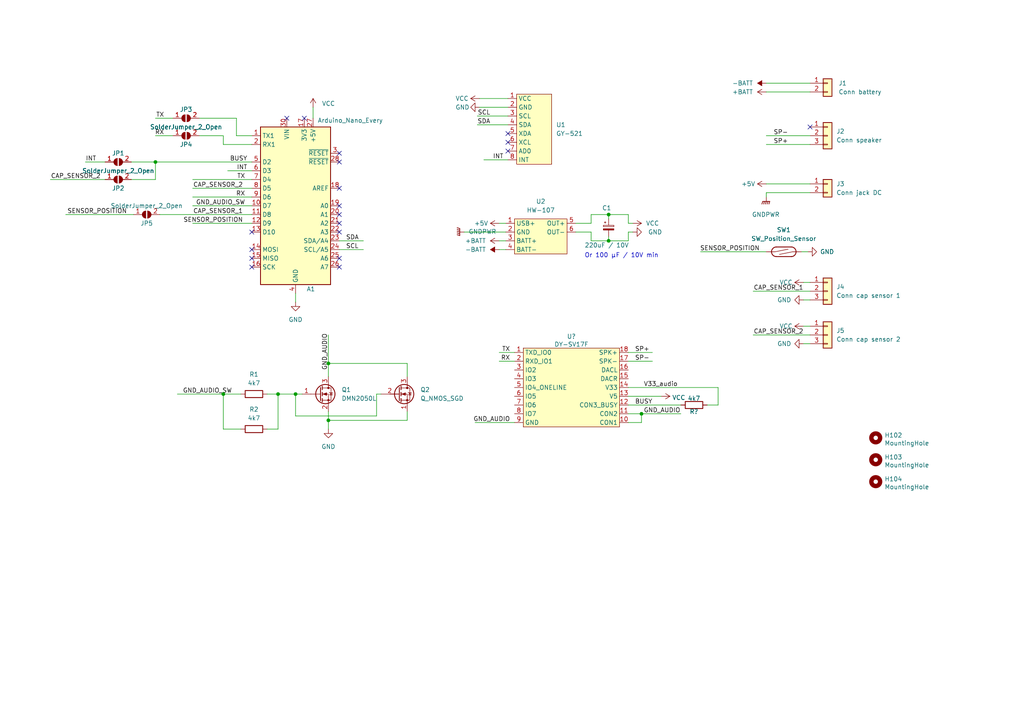
<source format=kicad_sch>
(kicad_sch (version 20210615) (generator eeschema)

  (uuid a4e28311-a86a-46a8-a7b3-67e66a0e4a1b)

  (paper "A4")

  (title_block
    (title "Boite à rire")
    (date "2021-08-10")
    (rev "v1.0")
    (company "Electrolab")
  )

  (lib_symbols
    (symbol "Connector_Generic:Conn_01x02" (pin_names (offset 1.016) hide) (in_bom yes) (on_board yes)
      (property "Reference" "J" (id 0) (at 0 2.54 0)
        (effects (font (size 1.27 1.27)))
      )
      (property "Value" "Conn_01x02" (id 1) (at 0 -5.08 0)
        (effects (font (size 1.27 1.27)))
      )
      (property "Footprint" "" (id 2) (at 0 0 0)
        (effects (font (size 1.27 1.27)) hide)
      )
      (property "Datasheet" "~" (id 3) (at 0 0 0)
        (effects (font (size 1.27 1.27)) hide)
      )
      (property "ki_keywords" "connector" (id 4) (at 0 0 0)
        (effects (font (size 1.27 1.27)) hide)
      )
      (property "ki_description" "Generic connector, single row, 01x02, script generated (kicad-library-utils/schlib/autogen/connector/)" (id 5) (at 0 0 0)
        (effects (font (size 1.27 1.27)) hide)
      )
      (property "ki_fp_filters" "Connector*:*_1x??_*" (id 6) (at 0 0 0)
        (effects (font (size 1.27 1.27)) hide)
      )
      (symbol "Conn_01x02_1_1"
        (rectangle (start -1.27 -2.413) (end 0 -2.667)
          (stroke (width 0.1524)) (fill (type none))
        )
        (rectangle (start -1.27 0.127) (end 0 -0.127)
          (stroke (width 0.1524)) (fill (type none))
        )
        (rectangle (start -1.27 1.27) (end 1.27 -3.81)
          (stroke (width 0.254)) (fill (type background))
        )
        (pin passive line (at -5.08 0 0) (length 3.81)
          (name "Pin_1" (effects (font (size 1.27 1.27))))
          (number "1" (effects (font (size 1.27 1.27))))
        )
        (pin passive line (at -5.08 -2.54 0) (length 3.81)
          (name "Pin_2" (effects (font (size 1.27 1.27))))
          (number "2" (effects (font (size 1.27 1.27))))
        )
      )
    )
    (symbol "Connector_Generic:Conn_01x03" (pin_names (offset 1.016) hide) (in_bom yes) (on_board yes)
      (property "Reference" "J" (id 0) (at 0 5.08 0)
        (effects (font (size 1.27 1.27)))
      )
      (property "Value" "Conn_01x03" (id 1) (at 0 -5.08 0)
        (effects (font (size 1.27 1.27)))
      )
      (property "Footprint" "" (id 2) (at 0 0 0)
        (effects (font (size 1.27 1.27)) hide)
      )
      (property "Datasheet" "~" (id 3) (at 0 0 0)
        (effects (font (size 1.27 1.27)) hide)
      )
      (property "ki_keywords" "connector" (id 4) (at 0 0 0)
        (effects (font (size 1.27 1.27)) hide)
      )
      (property "ki_description" "Generic connector, single row, 01x03, script generated (kicad-library-utils/schlib/autogen/connector/)" (id 5) (at 0 0 0)
        (effects (font (size 1.27 1.27)) hide)
      )
      (property "ki_fp_filters" "Connector*:*_1x??_*" (id 6) (at 0 0 0)
        (effects (font (size 1.27 1.27)) hide)
      )
      (symbol "Conn_01x03_1_1"
        (rectangle (start -1.27 -2.413) (end 0 -2.667)
          (stroke (width 0.1524)) (fill (type none))
        )
        (rectangle (start -1.27 0.127) (end 0 -0.127)
          (stroke (width 0.1524)) (fill (type none))
        )
        (rectangle (start -1.27 2.667) (end 0 2.413)
          (stroke (width 0.1524)) (fill (type none))
        )
        (rectangle (start -1.27 3.81) (end 1.27 -3.81)
          (stroke (width 0.254)) (fill (type background))
        )
        (pin passive line (at -5.08 2.54 0) (length 3.81)
          (name "Pin_1" (effects (font (size 1.27 1.27))))
          (number "1" (effects (font (size 1.27 1.27))))
        )
        (pin passive line (at -5.08 0 0) (length 3.81)
          (name "Pin_2" (effects (font (size 1.27 1.27))))
          (number "2" (effects (font (size 1.27 1.27))))
        )
        (pin passive line (at -5.08 -2.54 0) (length 3.81)
          (name "Pin_3" (effects (font (size 1.27 1.27))))
          (number "3" (effects (font (size 1.27 1.27))))
        )
      )
    )
    (symbol "Device:C_Polarized_Small" (pin_numbers hide) (pin_names (offset 0.254) hide) (in_bom yes) (on_board yes)
      (property "Reference" "C" (id 0) (at 0.254 1.778 0)
        (effects (font (size 1.27 1.27)) (justify left))
      )
      (property "Value" "C_Polarized_Small" (id 1) (at 0.254 -2.032 0)
        (effects (font (size 1.27 1.27)) (justify left))
      )
      (property "Footprint" "" (id 2) (at 0 0 0)
        (effects (font (size 1.27 1.27)) hide)
      )
      (property "Datasheet" "~" (id 3) (at 0 0 0)
        (effects (font (size 1.27 1.27)) hide)
      )
      (property "ki_keywords" "cap capacitor" (id 4) (at 0 0 0)
        (effects (font (size 1.27 1.27)) hide)
      )
      (property "ki_description" "Polarized capacitor, small symbol" (id 5) (at 0 0 0)
        (effects (font (size 1.27 1.27)) hide)
      )
      (property "ki_fp_filters" "CP_*" (id 6) (at 0 0 0)
        (effects (font (size 1.27 1.27)) hide)
      )
      (symbol "C_Polarized_Small_0_1"
        (rectangle (start -1.524 0.6858) (end 1.524 0.3048)
          (stroke (width 0)) (fill (type none))
        )
        (rectangle (start -1.524 -0.3048) (end 1.524 -0.6858)
          (stroke (width 0)) (fill (type outline))
        )
        (polyline
          (pts
            (xy -1.27 1.524)
            (xy -0.762 1.524)
          )
          (stroke (width 0)) (fill (type none))
        )
        (polyline
          (pts
            (xy -1.016 1.27)
            (xy -1.016 1.778)
          )
          (stroke (width 0)) (fill (type none))
        )
      )
      (symbol "C_Polarized_Small_1_1"
        (pin passive line (at 0 2.54 270) (length 1.8542)
          (name "~" (effects (font (size 1.27 1.27))))
          (number "1" (effects (font (size 1.27 1.27))))
        )
        (pin passive line (at 0 -2.54 90) (length 1.8542)
          (name "~" (effects (font (size 1.27 1.27))))
          (number "2" (effects (font (size 1.27 1.27))))
        )
      )
    )
    (symbol "Device:Q_NMOS_SGD" (pin_names (offset 0) hide) (in_bom yes) (on_board yes)
      (property "Reference" "Q" (id 0) (at 5.08 1.27 0)
        (effects (font (size 1.27 1.27)) (justify left))
      )
      (property "Value" "Q_NMOS_SGD" (id 1) (at 5.08 -1.27 0)
        (effects (font (size 1.27 1.27)) (justify left))
      )
      (property "Footprint" "" (id 2) (at 5.08 2.54 0)
        (effects (font (size 1.27 1.27)) hide)
      )
      (property "Datasheet" "~" (id 3) (at 0 0 0)
        (effects (font (size 1.27 1.27)) hide)
      )
      (property "ki_keywords" "transistor NMOS N-MOS N-MOSFET" (id 4) (at 0 0 0)
        (effects (font (size 1.27 1.27)) hide)
      )
      (property "ki_description" "N-MOSFET transistor, source/gate/drain" (id 5) (at 0 0 0)
        (effects (font (size 1.27 1.27)) hide)
      )
      (symbol "Q_NMOS_SGD_0_1"
        (circle (center 1.651 0) (radius 2.794) (stroke (width 0.254)) (fill (type none)))
        (circle (center 2.54 -1.778) (radius 0.254) (stroke (width 0)) (fill (type outline)))
        (circle (center 2.54 1.778) (radius 0.254) (stroke (width 0)) (fill (type outline)))
        (polyline
          (pts
            (xy 0.254 0)
            (xy -2.54 0)
          )
          (stroke (width 0)) (fill (type none))
        )
        (polyline
          (pts
            (xy 0.254 1.905)
            (xy 0.254 -1.905)
          )
          (stroke (width 0.254)) (fill (type none))
        )
        (polyline
          (pts
            (xy 0.762 -1.27)
            (xy 0.762 -2.286)
          )
          (stroke (width 0.254)) (fill (type none))
        )
        (polyline
          (pts
            (xy 0.762 0.508)
            (xy 0.762 -0.508)
          )
          (stroke (width 0.254)) (fill (type none))
        )
        (polyline
          (pts
            (xy 0.762 2.286)
            (xy 0.762 1.27)
          )
          (stroke (width 0.254)) (fill (type none))
        )
        (polyline
          (pts
            (xy 2.54 2.54)
            (xy 2.54 1.778)
          )
          (stroke (width 0)) (fill (type none))
        )
        (polyline
          (pts
            (xy 2.54 -2.54)
            (xy 2.54 0)
            (xy 0.762 0)
          )
          (stroke (width 0)) (fill (type none))
        )
        (polyline
          (pts
            (xy 0.762 -1.778)
            (xy 3.302 -1.778)
            (xy 3.302 1.778)
            (xy 0.762 1.778)
          )
          (stroke (width 0)) (fill (type none))
        )
        (polyline
          (pts
            (xy 2.794 0.508)
            (xy 2.921 0.381)
            (xy 3.683 0.381)
            (xy 3.81 0.254)
          )
          (stroke (width 0)) (fill (type none))
        )
        (polyline
          (pts
            (xy 3.302 0.381)
            (xy 2.921 -0.254)
            (xy 3.683 -0.254)
            (xy 3.302 0.381)
          )
          (stroke (width 0)) (fill (type none))
        )
        (polyline
          (pts
            (xy 1.016 0)
            (xy 2.032 0.381)
            (xy 2.032 -0.381)
            (xy 1.016 0)
          )
          (stroke (width 0)) (fill (type outline))
        )
      )
      (symbol "Q_NMOS_SGD_1_1"
        (pin passive line (at 2.54 -5.08 90) (length 2.54)
          (name "S" (effects (font (size 1.27 1.27))))
          (number "1" (effects (font (size 1.27 1.27))))
        )
        (pin input line (at -5.08 0 0) (length 5.08)
          (name "G" (effects (font (size 1.27 1.27))))
          (number "2" (effects (font (size 1.27 1.27))))
        )
        (pin passive line (at 2.54 5.08 270) (length 2.54)
          (name "D" (effects (font (size 1.27 1.27))))
          (number "3" (effects (font (size 1.27 1.27))))
        )
      )
    )
    (symbol "Device:R" (pin_numbers hide) (pin_names (offset 0)) (in_bom yes) (on_board yes)
      (property "Reference" "R" (id 0) (at 2.032 0 90)
        (effects (font (size 1.27 1.27)))
      )
      (property "Value" "R" (id 1) (at 0 0 90)
        (effects (font (size 1.27 1.27)))
      )
      (property "Footprint" "" (id 2) (at -1.778 0 90)
        (effects (font (size 1.27 1.27)) hide)
      )
      (property "Datasheet" "~" (id 3) (at 0 0 0)
        (effects (font (size 1.27 1.27)) hide)
      )
      (property "ki_keywords" "R res resistor" (id 4) (at 0 0 0)
        (effects (font (size 1.27 1.27)) hide)
      )
      (property "ki_description" "Resistor" (id 5) (at 0 0 0)
        (effects (font (size 1.27 1.27)) hide)
      )
      (property "ki_fp_filters" "R_*" (id 6) (at 0 0 0)
        (effects (font (size 1.27 1.27)) hide)
      )
      (symbol "R_0_1"
        (rectangle (start -1.016 -2.54) (end 1.016 2.54)
          (stroke (width 0.254)) (fill (type none))
        )
      )
      (symbol "R_1_1"
        (pin passive line (at 0 3.81 270) (length 1.27)
          (name "~" (effects (font (size 1.27 1.27))))
          (number "1" (effects (font (size 1.27 1.27))))
        )
        (pin passive line (at 0 -3.81 90) (length 1.27)
          (name "~" (effects (font (size 1.27 1.27))))
          (number "2" (effects (font (size 1.27 1.27))))
        )
      )
    )
    (symbol "Jumper:SolderJumper_2_Open" (pin_names (offset 0) hide) (in_bom yes) (on_board yes)
      (property "Reference" "JP" (id 0) (at 0 2.032 0)
        (effects (font (size 1.27 1.27)))
      )
      (property "Value" "SolderJumper_2_Open" (id 1) (at 0 -2.54 0)
        (effects (font (size 1.27 1.27)))
      )
      (property "Footprint" "" (id 2) (at 0 0 0)
        (effects (font (size 1.27 1.27)) hide)
      )
      (property "Datasheet" "~" (id 3) (at 0 0 0)
        (effects (font (size 1.27 1.27)) hide)
      )
      (property "ki_keywords" "solder jumper SPST" (id 4) (at 0 0 0)
        (effects (font (size 1.27 1.27)) hide)
      )
      (property "ki_description" "Solder Jumper, 2-pole, open" (id 5) (at 0 0 0)
        (effects (font (size 1.27 1.27)) hide)
      )
      (property "ki_fp_filters" "SolderJumper*Open*" (id 6) (at 0 0 0)
        (effects (font (size 1.27 1.27)) hide)
      )
      (symbol "SolderJumper_2_Open_0_1"
        (arc (start -0.254 1.016) (end -0.254 -1.016) (radius (at -0.254 0) (length 1.016) (angles 90.1 -90.1))
          (stroke (width 0)) (fill (type none))
        )
        (arc (start 0.254 -1.016) (end 0.254 1.016) (radius (at 0.254 0) (length 1.016) (angles -89.9 89.9))
          (stroke (width 0)) (fill (type none))
        )
        (arc (start -0.254 1.016) (end -0.254 -1.016) (radius (at -0.254 0) (length 1.016) (angles 90.1 -90.1))
          (stroke (width 0)) (fill (type outline))
        )
        (arc (start 0.254 -1.016) (end 0.254 1.016) (radius (at 0.254 0) (length 1.016) (angles -89.9 89.9))
          (stroke (width 0)) (fill (type outline))
        )
        (polyline
          (pts
            (xy -0.254 1.016)
            (xy -0.254 -1.016)
          )
          (stroke (width 0)) (fill (type none))
        )
        (polyline
          (pts
            (xy 0.254 1.016)
            (xy 0.254 -1.016)
          )
          (stroke (width 0)) (fill (type none))
        )
      )
      (symbol "SolderJumper_2_Open_1_1"
        (pin passive line (at -3.81 0 0) (length 2.54)
          (name "A" (effects (font (size 1.27 1.27))))
          (number "1" (effects (font (size 1.27 1.27))))
        )
        (pin passive line (at 3.81 0 180) (length 2.54)
          (name "B" (effects (font (size 1.27 1.27))))
          (number "2" (effects (font (size 1.27 1.27))))
        )
      )
    )
    (symbol "MCU_Module:Arduino_Nano_Every" (in_bom yes) (on_board yes)
      (property "Reference" "A" (id 0) (at -10.16 23.495 0)
        (effects (font (size 1.27 1.27)) (justify left bottom))
      )
      (property "Value" "Arduino_Nano_Every" (id 1) (at 5.08 -24.13 0)
        (effects (font (size 1.27 1.27)) (justify left top))
      )
      (property "Footprint" "Module:Arduino_Nano" (id 2) (at 0 0 0)
        (effects (font (size 1.27 1.27) italic) hide)
      )
      (property "Datasheet" "https://content.arduino.cc/assets/NANOEveryV3.0_sch.pdf" (id 3) (at 0 0 0)
        (effects (font (size 1.27 1.27)) hide)
      )
      (property "ki_keywords" "Arduino nano microcontroller module USB UPDI AATMega4809 AVR" (id 4) (at 0 0 0)
        (effects (font (size 1.27 1.27)) hide)
      )
      (property "ki_description" "Arduino Nano Every" (id 5) (at 0 0 0)
        (effects (font (size 1.27 1.27)) hide)
      )
      (property "ki_fp_filters" "Arduino*Nano*" (id 6) (at 0 0 0)
        (effects (font (size 1.27 1.27)) hide)
      )
      (symbol "Arduino_Nano_Every_0_1"
        (rectangle (start -10.16 22.86) (end 10.16 -22.86)
          (stroke (width 0.254)) (fill (type background))
        )
      )
      (symbol "Arduino_Nano_Every_1_1"
        (pin bidirectional line (at -12.7 20.32 0) (length 2.54)
          (name "TX1" (effects (font (size 1.27 1.27))))
          (number "1" (effects (font (size 1.27 1.27))))
        )
        (pin bidirectional line (at -12.7 0 0) (length 2.54)
          (name "D7" (effects (font (size 1.27 1.27))))
          (number "10" (effects (font (size 1.27 1.27))))
        )
        (pin bidirectional line (at -12.7 -2.54 0) (length 2.54)
          (name "D8" (effects (font (size 1.27 1.27))))
          (number "11" (effects (font (size 1.27 1.27))))
        )
        (pin bidirectional line (at -12.7 -5.08 0) (length 2.54)
          (name "D9" (effects (font (size 1.27 1.27))))
          (number "12" (effects (font (size 1.27 1.27))))
        )
        (pin bidirectional line (at -12.7 -7.62 0) (length 2.54)
          (name "D10" (effects (font (size 1.27 1.27))))
          (number "13" (effects (font (size 1.27 1.27))))
        )
        (pin bidirectional line (at -12.7 -12.7 0) (length 2.54)
          (name "MOSI" (effects (font (size 1.27 1.27))))
          (number "14" (effects (font (size 1.27 1.27))))
        )
        (pin bidirectional line (at -12.7 -15.24 0) (length 2.54)
          (name "MISO" (effects (font (size 1.27 1.27))))
          (number "15" (effects (font (size 1.27 1.27))))
        )
        (pin bidirectional line (at -12.7 -17.78 0) (length 2.54)
          (name "SCK" (effects (font (size 1.27 1.27))))
          (number "16" (effects (font (size 1.27 1.27))))
        )
        (pin power_out line (at 2.54 25.4 270) (length 2.54)
          (name "3V3" (effects (font (size 1.27 1.27))))
          (number "17" (effects (font (size 1.27 1.27))))
        )
        (pin input line (at 12.7 5.08 180) (length 2.54)
          (name "AREF" (effects (font (size 1.27 1.27))))
          (number "18" (effects (font (size 1.27 1.27))))
        )
        (pin bidirectional line (at 12.7 0 180) (length 2.54)
          (name "A0" (effects (font (size 1.27 1.27))))
          (number "19" (effects (font (size 1.27 1.27))))
        )
        (pin bidirectional line (at -12.7 17.78 0) (length 2.54)
          (name "RX1" (effects (font (size 1.27 1.27))))
          (number "2" (effects (font (size 1.27 1.27))))
        )
        (pin bidirectional line (at 12.7 -2.54 180) (length 2.54)
          (name "A1" (effects (font (size 1.27 1.27))))
          (number "20" (effects (font (size 1.27 1.27))))
        )
        (pin bidirectional line (at 12.7 -5.08 180) (length 2.54)
          (name "A2" (effects (font (size 1.27 1.27))))
          (number "21" (effects (font (size 1.27 1.27))))
        )
        (pin bidirectional line (at 12.7 -7.62 180) (length 2.54)
          (name "A3" (effects (font (size 1.27 1.27))))
          (number "22" (effects (font (size 1.27 1.27))))
        )
        (pin bidirectional line (at 12.7 -10.16 180) (length 2.54)
          (name "SDA/A4" (effects (font (size 1.27 1.27))))
          (number "23" (effects (font (size 1.27 1.27))))
        )
        (pin bidirectional line (at 12.7 -12.7 180) (length 2.54)
          (name "SCL/A5" (effects (font (size 1.27 1.27))))
          (number "24" (effects (font (size 1.27 1.27))))
        )
        (pin bidirectional line (at 12.7 -15.24 180) (length 2.54)
          (name "A6" (effects (font (size 1.27 1.27))))
          (number "25" (effects (font (size 1.27 1.27))))
        )
        (pin bidirectional line (at 12.7 -17.78 180) (length 2.54)
          (name "A7" (effects (font (size 1.27 1.27))))
          (number "26" (effects (font (size 1.27 1.27))))
        )
        (pin power_out line (at 5.08 25.4 270) (length 2.54)
          (name "+5V" (effects (font (size 1.27 1.27))))
          (number "27" (effects (font (size 1.27 1.27))))
        )
        (pin input line (at 12.7 12.7 180) (length 2.54)
          (name "~{RESET}" (effects (font (size 1.27 1.27))))
          (number "28" (effects (font (size 1.27 1.27))))
        )
        (pin passive line (at 0 -25.4 90) (length 2.54) hide
          (name "GND" (effects (font (size 1.27 1.27))))
          (number "29" (effects (font (size 1.27 1.27))))
        )
        (pin input line (at 12.7 15.24 180) (length 2.54)
          (name "~{RESET}" (effects (font (size 1.27 1.27))))
          (number "3" (effects (font (size 1.27 1.27))))
        )
        (pin power_in line (at -2.54 25.4 270) (length 2.54)
          (name "VIN" (effects (font (size 1.27 1.27))))
          (number "30" (effects (font (size 1.27 1.27))))
        )
        (pin power_in line (at 0 -25.4 90) (length 2.54)
          (name "GND" (effects (font (size 1.27 1.27))))
          (number "4" (effects (font (size 1.27 1.27))))
        )
        (pin bidirectional line (at -12.7 12.7 0) (length 2.54)
          (name "D2" (effects (font (size 1.27 1.27))))
          (number "5" (effects (font (size 1.27 1.27))))
        )
        (pin bidirectional line (at -12.7 10.16 0) (length 2.54)
          (name "D3" (effects (font (size 1.27 1.27))))
          (number "6" (effects (font (size 1.27 1.27))))
        )
        (pin bidirectional line (at -12.7 7.62 0) (length 2.54)
          (name "D4" (effects (font (size 1.27 1.27))))
          (number "7" (effects (font (size 1.27 1.27))))
        )
        (pin bidirectional line (at -12.7 5.08 0) (length 2.54)
          (name "D5" (effects (font (size 1.27 1.27))))
          (number "8" (effects (font (size 1.27 1.27))))
        )
        (pin bidirectional line (at -12.7 2.54 0) (length 2.54)
          (name "D6" (effects (font (size 1.27 1.27))))
          (number "9" (effects (font (size 1.27 1.27))))
        )
      )
    )
    (symbol "Mechanical:MountingHole" (pin_names (offset 1.016)) (in_bom yes) (on_board yes)
      (property "Reference" "H" (id 0) (at 0 5.08 0)
        (effects (font (size 1.27 1.27)))
      )
      (property "Value" "MountingHole" (id 1) (at 0 3.175 0)
        (effects (font (size 1.27 1.27)))
      )
      (property "Footprint" "" (id 2) (at 0 0 0)
        (effects (font (size 1.27 1.27)) hide)
      )
      (property "Datasheet" "~" (id 3) (at 0 0 0)
        (effects (font (size 1.27 1.27)) hide)
      )
      (property "ki_keywords" "mounting hole" (id 4) (at 0 0 0)
        (effects (font (size 1.27 1.27)) hide)
      )
      (property "ki_description" "Mounting Hole without connection" (id 5) (at 0 0 0)
        (effects (font (size 1.27 1.27)) hide)
      )
      (property "ki_fp_filters" "MountingHole*" (id 6) (at 0 0 0)
        (effects (font (size 1.27 1.27)) hide)
      )
      (symbol "MountingHole_0_1"
        (circle (center 0 0) (radius 1.27) (stroke (width 1.27)) (fill (type none)))
      )
    )
    (symbol "Switch:SW_Reed" (pin_numbers hide) (pin_names (offset 0) hide) (in_bom yes) (on_board yes)
      (property "Reference" "SW" (id 0) (at 0 2.54 0)
        (effects (font (size 1.27 1.27)))
      )
      (property "Value" "SW_Reed" (id 1) (at 0 -2.54 0)
        (effects (font (size 1.27 1.27)))
      )
      (property "Footprint" "" (id 2) (at 0 0 0)
        (effects (font (size 1.27 1.27)) hide)
      )
      (property "Datasheet" "~" (id 3) (at 0 0 0)
        (effects (font (size 1.27 1.27)) hide)
      )
      (property "ki_keywords" "reed magnetic switch" (id 4) (at 0 0 0)
        (effects (font (size 1.27 1.27)) hide)
      )
      (property "ki_description" "reed switch" (id 5) (at 0 0 0)
        (effects (font (size 1.27 1.27)) hide)
      )
      (symbol "SW_Reed_0_0"
        (arc (start -2.159 1.397) (end -2.159 -1.397) (radius (at -2.159 0) (length 1.397) (angles 90.1 -90.1))
          (stroke (width 0.254)) (fill (type none))
        )
        (arc (start 2.159 -1.397) (end 2.159 1.397) (radius (at 2.159 0) (length 1.397) (angles -89.9 89.9))
          (stroke (width 0.254)) (fill (type none))
        )
        (polyline
          (pts
            (xy -2.54 0)
            (xy 1.27 0.762)
          )
          (stroke (width 0)) (fill (type none))
        )
        (polyline
          (pts
            (xy -2.159 -1.397)
            (xy 2.286 -1.397)
          )
          (stroke (width 0.254)) (fill (type none))
        )
        (polyline
          (pts
            (xy 2.159 1.397)
            (xy -2.159 1.397)
          )
          (stroke (width 0.254)) (fill (type none))
        )
        (polyline
          (pts
            (xy 2.54 0)
            (xy -1.27 -0.762)
          )
          (stroke (width 0)) (fill (type none))
        )
      )
      (symbol "SW_Reed_1_1"
        (pin passive line (at -5.08 0 0) (length 2.54)
          (name "1" (effects (font (size 1.27 1.27))))
          (number "1" (effects (font (size 1.27 1.27))))
        )
        (pin passive line (at 5.08 0 180) (length 2.54)
          (name "2" (effects (font (size 1.27 1.27))))
          (number "2" (effects (font (size 1.27 1.27))))
        )
      )
    )
    (symbol "Transistor_FET:DMN2050L" (pin_names hide) (in_bom yes) (on_board yes)
      (property "Reference" "Q" (id 0) (at 5.08 1.905 0)
        (effects (font (size 1.27 1.27)) (justify left))
      )
      (property "Value" "DMN2050L" (id 1) (at 5.08 0 0)
        (effects (font (size 1.27 1.27)) (justify left))
      )
      (property "Footprint" "Package_TO_SOT_SMD:SOT-23" (id 2) (at 5.08 -1.905 0)
        (effects (font (size 1.27 1.27) italic) (justify left) hide)
      )
      (property "Datasheet" "http://www.diodes.com/assets/Datasheets/ds31502.pdf" (id 3) (at 0 0 0)
        (effects (font (size 1.27 1.27)) (justify left) hide)
      )
      (property "ki_keywords" "N-Channel MOSFET" (id 4) (at 0 0 0)
        (effects (font (size 1.27 1.27)) hide)
      )
      (property "ki_description" "5.9A Id, 20V Vds, N-Channel MOSFET, SOT-23" (id 5) (at 0 0 0)
        (effects (font (size 1.27 1.27)) hide)
      )
      (property "ki_fp_filters" "SOT?23*" (id 6) (at 0 0 0)
        (effects (font (size 1.27 1.27)) hide)
      )
      (symbol "DMN2050L_0_1"
        (circle (center 1.651 0) (radius 2.794) (stroke (width 0.254)) (fill (type none)))
        (circle (center 2.54 -1.778) (radius 0.254) (stroke (width 0)) (fill (type outline)))
        (circle (center 2.54 1.778) (radius 0.254) (stroke (width 0)) (fill (type outline)))
        (polyline
          (pts
            (xy 0.254 0)
            (xy -2.54 0)
          )
          (stroke (width 0)) (fill (type none))
        )
        (polyline
          (pts
            (xy 0.254 1.905)
            (xy 0.254 -1.905)
          )
          (stroke (width 0.254)) (fill (type none))
        )
        (polyline
          (pts
            (xy 0.762 -1.27)
            (xy 0.762 -2.286)
          )
          (stroke (width 0.254)) (fill (type none))
        )
        (polyline
          (pts
            (xy 0.762 0.508)
            (xy 0.762 -0.508)
          )
          (stroke (width 0.254)) (fill (type none))
        )
        (polyline
          (pts
            (xy 0.762 2.286)
            (xy 0.762 1.27)
          )
          (stroke (width 0.254)) (fill (type none))
        )
        (polyline
          (pts
            (xy 2.54 2.54)
            (xy 2.54 1.778)
          )
          (stroke (width 0)) (fill (type none))
        )
        (polyline
          (pts
            (xy 2.54 -2.54)
            (xy 2.54 0)
            (xy 0.762 0)
          )
          (stroke (width 0)) (fill (type none))
        )
        (polyline
          (pts
            (xy 0.762 -1.778)
            (xy 3.302 -1.778)
            (xy 3.302 1.778)
            (xy 0.762 1.778)
          )
          (stroke (width 0)) (fill (type none))
        )
        (polyline
          (pts
            (xy 2.794 0.508)
            (xy 2.921 0.381)
            (xy 3.683 0.381)
            (xy 3.81 0.254)
          )
          (stroke (width 0)) (fill (type none))
        )
        (polyline
          (pts
            (xy 3.302 0.381)
            (xy 2.921 -0.254)
            (xy 3.683 -0.254)
            (xy 3.302 0.381)
          )
          (stroke (width 0)) (fill (type none))
        )
        (polyline
          (pts
            (xy 1.016 0)
            (xy 2.032 0.381)
            (xy 2.032 -0.381)
            (xy 1.016 0)
          )
          (stroke (width 0)) (fill (type outline))
        )
      )
      (symbol "DMN2050L_1_1"
        (pin input line (at -5.08 0 0) (length 2.54)
          (name "G" (effects (font (size 1.27 1.27))))
          (number "1" (effects (font (size 1.27 1.27))))
        )
        (pin passive line (at 2.54 -5.08 90) (length 2.54)
          (name "S" (effects (font (size 1.27 1.27))))
          (number "2" (effects (font (size 1.27 1.27))))
        )
        (pin passive line (at 2.54 5.08 270) (length 2.54)
          (name "D" (effects (font (size 1.27 1.27))))
          (number "3" (effects (font (size 1.27 1.27))))
        )
      )
    )
    (symbol "boitarire_lib:DY-SV17F" (in_bom yes) (on_board yes)
      (property "Reference" "U" (id 0) (at 0 -12.7 0)
        (effects (font (size 1.27 1.27)))
      )
      (property "Value" "DY-SV17F" (id 1) (at 0 2.54 0)
        (effects (font (size 1.27 1.27)))
      )
      (property "Footprint" "" (id 2) (at 0 0 0)
        (effects (font (size 1.27 1.27)) hide)
      )
      (property "Datasheet" "" (id 3) (at 0 0 0)
        (effects (font (size 1.27 1.27)) hide)
      )
      (symbol "DY-SV17F_0_0"
        (pin bidirectional line (at -16.51 0 0) (length 2.54)
          (name "TXD_IO0" (effects (font (size 1.27 1.27))))
          (number "1" (effects (font (size 1.27 1.27))))
        )
        (pin input line (at 16.51 -20.32 180) (length 2.54)
          (name "CON1" (effects (font (size 1.27 1.27))))
          (number "10" (effects (font (size 1.27 1.27))))
        )
        (pin input line (at 16.51 -17.78 180) (length 2.54)
          (name "CON2" (effects (font (size 1.27 1.27))))
          (number "11" (effects (font (size 1.27 1.27))))
        )
        (pin input line (at 16.51 -15.24 180) (length 2.54)
          (name "CON3_BUSY" (effects (font (size 1.27 1.27))))
          (number "12" (effects (font (size 1.27 1.27))))
        )
        (pin power_in line (at 16.51 -12.7 180) (length 2.54)
          (name "V5" (effects (font (size 1.27 1.27))))
          (number "13" (effects (font (size 1.27 1.27))))
        )
        (pin power_in line (at 16.51 -10.16 180) (length 2.54)
          (name "V33" (effects (font (size 1.27 1.27))))
          (number "14" (effects (font (size 1.27 1.27))))
        )
        (pin output line (at 16.51 -7.62 180) (length 2.54)
          (name "DACR" (effects (font (size 1.27 1.27))))
          (number "15" (effects (font (size 1.27 1.27))))
        )
        (pin output line (at 16.51 -5.08 180) (length 2.54)
          (name "DACL" (effects (font (size 1.27 1.27))))
          (number "16" (effects (font (size 1.27 1.27))))
        )
        (pin output line (at 16.51 -2.54 180) (length 2.54)
          (name "SPK-" (effects (font (size 1.27 1.27))))
          (number "17" (effects (font (size 1.27 1.27))))
        )
        (pin output line (at 16.51 0 180) (length 2.54)
          (name "SPK+" (effects (font (size 1.27 1.27))))
          (number "18" (effects (font (size 1.27 1.27))))
        )
        (pin bidirectional line (at -16.51 -2.54 0) (length 2.54)
          (name "RXD_IO1" (effects (font (size 1.27 1.27))))
          (number "2" (effects (font (size 1.27 1.27))))
        )
        (pin bidirectional line (at -16.51 -5.08 0) (length 2.54)
          (name "IO2" (effects (font (size 1.27 1.27))))
          (number "3" (effects (font (size 1.27 1.27))))
        )
        (pin bidirectional line (at -16.51 -7.62 0) (length 2.54)
          (name "IO3" (effects (font (size 1.27 1.27))))
          (number "4" (effects (font (size 1.27 1.27))))
        )
        (pin bidirectional line (at -16.51 -10.16 0) (length 2.54)
          (name "IO4_ONELINE" (effects (font (size 1.27 1.27))))
          (number "5" (effects (font (size 1.27 1.27))))
        )
        (pin bidirectional line (at -16.51 -12.7 0) (length 2.54)
          (name "IO5" (effects (font (size 1.27 1.27))))
          (number "6" (effects (font (size 1.27 1.27))))
        )
        (pin bidirectional line (at -16.51 -15.24 0) (length 2.54)
          (name "IO6" (effects (font (size 1.27 1.27))))
          (number "7" (effects (font (size 1.27 1.27))))
        )
        (pin bidirectional line (at -16.51 -17.78 0) (length 2.54)
          (name "IO7" (effects (font (size 1.27 1.27))))
          (number "8" (effects (font (size 1.27 1.27))))
        )
        (pin passive line (at -16.51 -20.32 0) (length 2.54)
          (name "GND" (effects (font (size 1.27 1.27))))
          (number "9" (effects (font (size 1.27 1.27))))
        )
        (pin passive line (at -2.54 -13.97 90) (length 2.54) hide
          (name "Screw_term_1" (effects (font (size 1.27 1.27))))
          (number "S1" (effects (font (size 1.27 1.27))))
        )
        (pin passive line (at 2.54 -13.97 90) (length 2.54) hide
          (name "Screw_term_2" (effects (font (size 1.27 1.27))))
          (number "S2" (effects (font (size 1.27 1.27))))
        )
      )
      (symbol "DY-SV17F_0_1"
        (rectangle (start -13.97 1.27) (end 13.97 -21.59)
          (stroke (width 0.1524)) (fill (type background))
        )
      )
    )
    (symbol "boitarire_lib:GY-521" (in_bom yes) (on_board yes)
      (property "Reference" "U" (id 0) (at 0 -20.32 0)
        (effects (font (size 1.27 1.27)))
      )
      (property "Value" "GY-521" (id 1) (at 0 2.54 0)
        (effects (font (size 1.27 1.27)))
      )
      (property "Footprint" "" (id 2) (at -7.62 0 0)
        (effects (font (size 1.27 1.27)) hide)
      )
      (property "Datasheet" "" (id 3) (at -7.62 0 0)
        (effects (font (size 1.27 1.27)) hide)
      )
      (symbol "GY-521_0_0"
        (pin power_in line (at -7.62 0 0) (length 2.54)
          (name "VCC" (effects (font (size 1.27 1.27))))
          (number "1" (effects (font (size 1.27 1.27))))
        )
        (pin passive line (at -7.62 -2.54 0) (length 2.54)
          (name "GND" (effects (font (size 1.27 1.27))))
          (number "2" (effects (font (size 1.27 1.27))))
        )
        (pin tri_state line (at -7.62 -5.08 0) (length 2.54)
          (name "SCL" (effects (font (size 1.27 1.27))))
          (number "3" (effects (font (size 1.27 1.27))))
        )
        (pin tri_state line (at -7.62 -7.62 0) (length 2.54)
          (name "SDA" (effects (font (size 1.27 1.27))))
          (number "4" (effects (font (size 1.27 1.27))))
        )
        (pin passive line (at -7.62 -10.16 0) (length 2.54)
          (name "XDA" (effects (font (size 1.27 1.27))))
          (number "5" (effects (font (size 1.27 1.27))))
        )
        (pin passive line (at -7.62 -12.7 0) (length 2.54)
          (name "XCL" (effects (font (size 1.27 1.27))))
          (number "6" (effects (font (size 1.27 1.27))))
        )
        (pin passive line (at -7.62 -15.24 0) (length 2.54)
          (name "AD0" (effects (font (size 1.27 1.27))))
          (number "7" (effects (font (size 1.27 1.27))))
        )
        (pin open_collector line (at -7.62 -17.78 0) (length 2.54)
          (name "INT" (effects (font (size 1.27 1.27))))
          (number "8" (effects (font (size 1.27 1.27))))
        )
      )
      (symbol "GY-521_0_1"
        (rectangle (start -5.08 1.27) (end 5.08 -19.05)
          (stroke (width 0.1524)) (fill (type background))
        )
      )
    )
    (symbol "boitarire_lib:HW-107" (in_bom yes) (on_board yes)
      (property "Reference" "U" (id 0) (at 0 -10.16 0)
        (effects (font (size 1.27 1.27)))
      )
      (property "Value" "HW-107" (id 1) (at 0 2.54 0)
        (effects (font (size 1.27 1.27)))
      )
      (property "Footprint" "" (id 2) (at 0 0 0)
        (effects (font (size 1.27 1.27)) hide)
      )
      (property "Datasheet" "" (id 3) (at 0 0 0)
        (effects (font (size 1.27 1.27)) hide)
      )
      (symbol "HW-107_0_0"
        (pin power_in line (at -10.16 0 0) (length 2.54)
          (name "USB+" (effects (font (size 1.27 1.27))))
          (number "1" (effects (font (size 1.27 1.27))))
        )
        (pin passive line (at -10.16 -2.54 0) (length 2.54)
          (name "GND" (effects (font (size 1.27 1.27))))
          (number "2" (effects (font (size 1.27 1.27))))
        )
        (pin power_in line (at -10.16 -5.08 0) (length 2.54)
          (name "BATT+" (effects (font (size 1.27 1.27))))
          (number "3" (effects (font (size 1.27 1.27))))
        )
        (pin passive line (at -10.16 -7.62 0) (length 2.54)
          (name "BATT-" (effects (font (size 1.27 1.27))))
          (number "4" (effects (font (size 1.27 1.27))))
        )
        (pin power_out line (at 10.16 0 180) (length 2.54)
          (name "OUT+" (effects (font (size 1.27 1.27))))
          (number "5" (effects (font (size 1.27 1.27))))
        )
        (pin passive line (at 10.16 -2.54 180) (length 2.54)
          (name "OUT-" (effects (font (size 1.27 1.27))))
          (number "6" (effects (font (size 1.27 1.27))))
        )
      )
      (symbol "HW-107_0_1"
        (rectangle (start -7.62 1.27) (end 7.62 -8.89)
          (stroke (width 0.1524)) (fill (type background))
        )
      )
    )
    (symbol "power:+5V" (power) (pin_names (offset 0)) (in_bom yes) (on_board yes)
      (property "Reference" "#PWR" (id 0) (at 0 -3.81 0)
        (effects (font (size 1.27 1.27)) hide)
      )
      (property "Value" "+5V" (id 1) (at 0 3.556 0)
        (effects (font (size 1.27 1.27)))
      )
      (property "Footprint" "" (id 2) (at 0 0 0)
        (effects (font (size 1.27 1.27)) hide)
      )
      (property "Datasheet" "" (id 3) (at 0 0 0)
        (effects (font (size 1.27 1.27)) hide)
      )
      (property "ki_keywords" "power-flag" (id 4) (at 0 0 0)
        (effects (font (size 1.27 1.27)) hide)
      )
      (property "ki_description" "Power symbol creates a global label with name \"+5V\"" (id 5) (at 0 0 0)
        (effects (font (size 1.27 1.27)) hide)
      )
      (symbol "+5V_0_1"
        (polyline
          (pts
            (xy -0.762 1.27)
            (xy 0 2.54)
          )
          (stroke (width 0)) (fill (type none))
        )
        (polyline
          (pts
            (xy 0 0)
            (xy 0 2.54)
          )
          (stroke (width 0)) (fill (type none))
        )
        (polyline
          (pts
            (xy 0 2.54)
            (xy 0.762 1.27)
          )
          (stroke (width 0)) (fill (type none))
        )
      )
      (symbol "+5V_1_1"
        (pin power_in line (at 0 0 90) (length 0) hide
          (name "+5V" (effects (font (size 1.27 1.27))))
          (number "1" (effects (font (size 1.27 1.27))))
        )
      )
    )
    (symbol "power:+BATT" (power) (pin_names (offset 0)) (in_bom yes) (on_board yes)
      (property "Reference" "#PWR" (id 0) (at 0 -3.81 0)
        (effects (font (size 1.27 1.27)) hide)
      )
      (property "Value" "+BATT" (id 1) (at 0 3.556 0)
        (effects (font (size 1.27 1.27)))
      )
      (property "Footprint" "" (id 2) (at 0 0 0)
        (effects (font (size 1.27 1.27)) hide)
      )
      (property "Datasheet" "" (id 3) (at 0 0 0)
        (effects (font (size 1.27 1.27)) hide)
      )
      (property "ki_keywords" "power-flag battery" (id 4) (at 0 0 0)
        (effects (font (size 1.27 1.27)) hide)
      )
      (property "ki_description" "Power symbol creates a global label with name \"+BATT\"" (id 5) (at 0 0 0)
        (effects (font (size 1.27 1.27)) hide)
      )
      (symbol "+BATT_0_1"
        (polyline
          (pts
            (xy -0.762 1.27)
            (xy 0 2.54)
          )
          (stroke (width 0)) (fill (type none))
        )
        (polyline
          (pts
            (xy 0 0)
            (xy 0 2.54)
          )
          (stroke (width 0)) (fill (type none))
        )
        (polyline
          (pts
            (xy 0 2.54)
            (xy 0.762 1.27)
          )
          (stroke (width 0)) (fill (type none))
        )
      )
      (symbol "+BATT_1_1"
        (pin power_in line (at 0 0 90) (length 0) hide
          (name "+BATT" (effects (font (size 1.27 1.27))))
          (number "1" (effects (font (size 1.27 1.27))))
        )
      )
    )
    (symbol "power:-BATT" (power) (pin_names (offset 0)) (in_bom yes) (on_board yes)
      (property "Reference" "#PWR" (id 0) (at 0 -3.81 0)
        (effects (font (size 1.27 1.27)) hide)
      )
      (property "Value" "-BATT" (id 1) (at 0 3.556 0)
        (effects (font (size 1.27 1.27)))
      )
      (property "Footprint" "" (id 2) (at 0 0 0)
        (effects (font (size 1.27 1.27)) hide)
      )
      (property "Datasheet" "" (id 3) (at 0 0 0)
        (effects (font (size 1.27 1.27)) hide)
      )
      (property "ki_keywords" "power-flag battery" (id 4) (at 0 0 0)
        (effects (font (size 1.27 1.27)) hide)
      )
      (property "ki_description" "Power symbol creates a global label with name \"-BATT\"" (id 5) (at 0 0 0)
        (effects (font (size 1.27 1.27)) hide)
      )
      (symbol "-BATT_0_1"
        (polyline
          (pts
            (xy 0 0)
            (xy 0 2.54)
          )
          (stroke (width 0)) (fill (type none))
        )
        (polyline
          (pts
            (xy 0.762 1.27)
            (xy -0.762 1.27)
            (xy 0 2.54)
            (xy 0.762 1.27)
          )
          (stroke (width 0)) (fill (type outline))
        )
      )
      (symbol "-BATT_1_1"
        (pin power_in line (at 0 0 90) (length 0) hide
          (name "-BATT" (effects (font (size 1.27 1.27))))
          (number "1" (effects (font (size 1.27 1.27))))
        )
      )
    )
    (symbol "power:GND" (power) (pin_names (offset 0)) (in_bom yes) (on_board yes)
      (property "Reference" "#PWR" (id 0) (at 0 -6.35 0)
        (effects (font (size 1.27 1.27)) hide)
      )
      (property "Value" "GND" (id 1) (at 0 -3.81 0)
        (effects (font (size 1.27 1.27)))
      )
      (property "Footprint" "" (id 2) (at 0 0 0)
        (effects (font (size 1.27 1.27)) hide)
      )
      (property "Datasheet" "" (id 3) (at 0 0 0)
        (effects (font (size 1.27 1.27)) hide)
      )
      (property "ki_keywords" "power-flag" (id 4) (at 0 0 0)
        (effects (font (size 1.27 1.27)) hide)
      )
      (property "ki_description" "Power symbol creates a global label with name \"GND\" , ground" (id 5) (at 0 0 0)
        (effects (font (size 1.27 1.27)) hide)
      )
      (symbol "GND_0_1"
        (polyline
          (pts
            (xy 0 0)
            (xy 0 -1.27)
            (xy 1.27 -1.27)
            (xy 0 -2.54)
            (xy -1.27 -1.27)
            (xy 0 -1.27)
          )
          (stroke (width 0)) (fill (type none))
        )
      )
      (symbol "GND_1_1"
        (pin power_in line (at 0 0 270) (length 0) hide
          (name "GND" (effects (font (size 1.27 1.27))))
          (number "1" (effects (font (size 1.27 1.27))))
        )
      )
    )
    (symbol "power:GNDPWR" (power) (pin_names (offset 0)) (in_bom yes) (on_board yes)
      (property "Reference" "#PWR" (id 0) (at 0 -5.08 0)
        (effects (font (size 1.27 1.27)) hide)
      )
      (property "Value" "GNDPWR" (id 1) (at 0 -3.302 0)
        (effects (font (size 1.27 1.27)))
      )
      (property "Footprint" "" (id 2) (at 0 -1.27 0)
        (effects (font (size 1.27 1.27)) hide)
      )
      (property "Datasheet" "" (id 3) (at 0 -1.27 0)
        (effects (font (size 1.27 1.27)) hide)
      )
      (property "ki_keywords" "power-flag" (id 4) (at 0 0 0)
        (effects (font (size 1.27 1.27)) hide)
      )
      (property "ki_description" "Power symbol creates a global label with name \"GNDPWR\" , power ground" (id 5) (at 0 0 0)
        (effects (font (size 1.27 1.27)) hide)
      )
      (symbol "GNDPWR_0_1"
        (polyline
          (pts
            (xy 0 -1.27)
            (xy 0 0)
          )
          (stroke (width 0)) (fill (type none))
        )
        (polyline
          (pts
            (xy -1.016 -1.27)
            (xy -1.27 -2.032)
            (xy -1.27 -2.032)
          )
          (stroke (width 0.2032)) (fill (type none))
        )
        (polyline
          (pts
            (xy -0.508 -1.27)
            (xy -0.762 -2.032)
            (xy -0.762 -2.032)
          )
          (stroke (width 0.2032)) (fill (type none))
        )
        (polyline
          (pts
            (xy 0 -1.27)
            (xy -0.254 -2.032)
            (xy -0.254 -2.032)
          )
          (stroke (width 0.2032)) (fill (type none))
        )
        (polyline
          (pts
            (xy 0.508 -1.27)
            (xy 0.254 -2.032)
            (xy 0.254 -2.032)
          )
          (stroke (width 0.2032)) (fill (type none))
        )
        (polyline
          (pts
            (xy 1.016 -1.27)
            (xy -1.016 -1.27)
            (xy -1.016 -1.27)
          )
          (stroke (width 0.2032)) (fill (type none))
        )
        (polyline
          (pts
            (xy 1.016 -1.27)
            (xy 0.762 -2.032)
            (xy 0.762 -2.032)
            (xy 0.762 -2.032)
          )
          (stroke (width 0.2032)) (fill (type none))
        )
      )
      (symbol "GNDPWR_1_1"
        (pin power_in line (at 0 0 270) (length 0) hide
          (name "GNDPWR" (effects (font (size 1.27 1.27))))
          (number "1" (effects (font (size 1.27 1.27))))
        )
      )
    )
    (symbol "power:VCC" (power) (pin_names (offset 0)) (in_bom yes) (on_board yes)
      (property "Reference" "#PWR" (id 0) (at 0 -3.81 0)
        (effects (font (size 1.27 1.27)) hide)
      )
      (property "Value" "VCC" (id 1) (at 0 3.81 0)
        (effects (font (size 1.27 1.27)))
      )
      (property "Footprint" "" (id 2) (at 0 0 0)
        (effects (font (size 1.27 1.27)) hide)
      )
      (property "Datasheet" "" (id 3) (at 0 0 0)
        (effects (font (size 1.27 1.27)) hide)
      )
      (property "ki_keywords" "power-flag" (id 4) (at 0 0 0)
        (effects (font (size 1.27 1.27)) hide)
      )
      (property "ki_description" "Power symbol creates a global label with name \"VCC\"" (id 5) (at 0 0 0)
        (effects (font (size 1.27 1.27)) hide)
      )
      (symbol "VCC_0_1"
        (polyline
          (pts
            (xy -0.762 1.27)
            (xy 0 2.54)
          )
          (stroke (width 0)) (fill (type none))
        )
        (polyline
          (pts
            (xy 0 0)
            (xy 0 2.54)
          )
          (stroke (width 0)) (fill (type none))
        )
        (polyline
          (pts
            (xy 0 2.54)
            (xy 0.762 1.27)
          )
          (stroke (width 0)) (fill (type none))
        )
      )
      (symbol "VCC_1_1"
        (pin power_in line (at 0 0 90) (length 0) hide
          (name "VCC" (effects (font (size 1.27 1.27))))
          (number "1" (effects (font (size 1.27 1.27))))
        )
      )
    )
  )

  (junction (at 45.085 46.99) (diameter 0.9144) (color 0 0 0 0))
  (junction (at 64.77 114.3) (diameter 0.9144) (color 0 0 0 0))
  (junction (at 80.645 114.3) (diameter 0.9144) (color 0 0 0 0))
  (junction (at 85.725 114.3) (diameter 0.9144) (color 0 0 0 0))
  (junction (at 95.25 105.41) (diameter 0.9144) (color 0 0 0 0))
  (junction (at 95.25 121.92) (diameter 0.9144) (color 0 0 0 0))
  (junction (at 176.53 62.23) (diameter 0.9144) (color 0 0 0 0))
  (junction (at 176.53 69.85) (diameter 0.9144) (color 0 0 0 0))
  (junction (at 186.055 120.015) (diameter 0.9144) (color 0 0 0 0))

  (no_connect (at 73.025 67.31) (uuid ab7ce74b-ee2b-4a4c-b809-13360a25bbaa))
  (no_connect (at 73.025 72.39) (uuid ab7ce74b-ee2b-4a4c-b809-13360a25bbaa))
  (no_connect (at 73.025 74.93) (uuid d1e75edf-cf82-445e-95c6-d89447be959e))
  (no_connect (at 73.025 77.47) (uuid d1e75edf-cf82-445e-95c6-d89447be959e))
  (no_connect (at 83.185 34.29) (uuid dc6bfbcc-0a95-4a29-874c-ba0a81e500f9))
  (no_connect (at 88.265 34.29) (uuid 8aff41e1-8e9f-4d0a-86aa-a6a1e18e190b))
  (no_connect (at 98.425 44.45) (uuid 8b8b8863-032b-4ccc-8f2e-ac11a3ef7540))
  (no_connect (at 98.425 46.99) (uuid af056d36-b7ab-4e30-b8a9-b191db0f29ad))
  (no_connect (at 98.425 54.61) (uuid 76949eab-eb9f-46f5-8f27-0eb9eac6fb91))
  (no_connect (at 98.425 59.69) (uuid ab7ce74b-ee2b-4a4c-b809-13360a25bbaa))
  (no_connect (at 98.425 62.23) (uuid ab7ce74b-ee2b-4a4c-b809-13360a25bbaa))
  (no_connect (at 98.425 64.77) (uuid 94232c53-d43d-413e-8072-8de6809aa233))
  (no_connect (at 98.425 67.31) (uuid 94232c53-d43d-413e-8072-8de6809aa233))
  (no_connect (at 98.425 74.93) (uuid ab7ce74b-ee2b-4a4c-b809-13360a25bbaa))
  (no_connect (at 98.425 77.47) (uuid ab7ce74b-ee2b-4a4c-b809-13360a25bbaa))
  (no_connect (at 147.32 38.735) (uuid a91a47b6-45e3-4d69-9025-3333457be20c))
  (no_connect (at 147.32 41.275) (uuid a91a47b6-45e3-4d69-9025-3333457be20c))
  (no_connect (at 147.32 43.815) (uuid a91a47b6-45e3-4d69-9025-3333457be20c))
  (no_connect (at 234.95 36.83) (uuid de0c4f2d-a0c1-4c4c-8db9-6418d1c82091))

  (wire (pts (xy 14.605 52.07) (xy 30.48 52.07))
    (stroke (width 0) (type solid) (color 0 0 0 0))
    (uuid ba1ac7c7-58c8-4b38-a99e-c3c87703a3f5)
  )
  (wire (pts (xy 19.05 62.23) (xy 38.735 62.23))
    (stroke (width 0) (type solid) (color 0 0 0 0))
    (uuid 808faf7e-d1cb-411e-bb51-cc36110d9f89)
  )
  (wire (pts (xy 24.765 46.99) (xy 30.48 46.99))
    (stroke (width 0) (type solid) (color 0 0 0 0))
    (uuid 8c254baf-a078-47c9-aa6d-e4b259b34e6a)
  )
  (wire (pts (xy 38.1 46.99) (xy 45.085 46.99))
    (stroke (width 0) (type solid) (color 0 0 0 0))
    (uuid 665975c4-c60d-4f29-8a3e-00c37b6703f5)
  )
  (wire (pts (xy 38.1 52.07) (xy 45.085 52.07))
    (stroke (width 0) (type solid) (color 0 0 0 0))
    (uuid 28ac5b6c-fc13-4e74-95cb-400bb70ad3dd)
  )
  (wire (pts (xy 45.085 34.29) (xy 50.165 34.29))
    (stroke (width 0) (type solid) (color 0 0 0 0))
    (uuid 5e6f544e-3a87-4537-b227-c6155154a48b)
  )
  (wire (pts (xy 45.085 39.37) (xy 50.165 39.37))
    (stroke (width 0) (type solid) (color 0 0 0 0))
    (uuid a62ff7e5-5eb3-4f21-90be-7570600f6e69)
  )
  (wire (pts (xy 45.085 46.99) (xy 73.025 46.99))
    (stroke (width 0) (type solid) (color 0 0 0 0))
    (uuid 665975c4-c60d-4f29-8a3e-00c37b6703f5)
  )
  (wire (pts (xy 45.085 52.07) (xy 45.085 46.99))
    (stroke (width 0) (type solid) (color 0 0 0 0))
    (uuid 28ac5b6c-fc13-4e74-95cb-400bb70ad3dd)
  )
  (wire (pts (xy 46.355 62.23) (xy 73.025 62.23))
    (stroke (width 0) (type solid) (color 0 0 0 0))
    (uuid 45585876-6a02-493c-af45-87a75d8817ec)
  )
  (wire (pts (xy 55.88 52.07) (xy 73.025 52.07))
    (stroke (width 0) (type solid) (color 0 0 0 0))
    (uuid 52d4550c-643b-46e2-a9fe-c0c93d2a39db)
  )
  (wire (pts (xy 55.88 54.61) (xy 73.025 54.61))
    (stroke (width 0) (type solid) (color 0 0 0 0))
    (uuid ac0153b0-410c-4492-873e-84512e335537)
  )
  (wire (pts (xy 55.88 57.15) (xy 73.025 57.15))
    (stroke (width 0) (type solid) (color 0 0 0 0))
    (uuid bb81feff-61e8-44e4-8f92-f27c8f1f9cdc)
  )
  (wire (pts (xy 55.88 59.69) (xy 73.025 59.69))
    (stroke (width 0) (type solid) (color 0 0 0 0))
    (uuid ca35b177-f944-4900-b080-5df917f32965)
  )
  (wire (pts (xy 55.88 64.77) (xy 73.025 64.77))
    (stroke (width 0) (type solid) (color 0 0 0 0))
    (uuid c7a3e5a9-10e1-416c-89c1-1951c7a7f523)
  )
  (wire (pts (xy 64.77 39.37) (xy 57.785 39.37))
    (stroke (width 0) (type solid) (color 0 0 0 0))
    (uuid 010f293e-3467-4bcf-ab72-e71d28abe594)
  )
  (wire (pts (xy 64.77 41.91) (xy 64.77 39.37))
    (stroke (width 0) (type solid) (color 0 0 0 0))
    (uuid 010f293e-3467-4bcf-ab72-e71d28abe594)
  )
  (wire (pts (xy 64.77 114.3) (xy 51.435 114.3))
    (stroke (width 0) (type solid) (color 0 0 0 0))
    (uuid cbff7501-a654-4529-9dd5-91a0748ba826)
  )
  (wire (pts (xy 64.77 124.46) (xy 64.77 114.3))
    (stroke (width 0) (type solid) (color 0 0 0 0))
    (uuid 67d0be7d-2646-42d1-9761-db8c1cb2e3e3)
  )
  (wire (pts (xy 66.04 49.53) (xy 73.025 49.53))
    (stroke (width 0) (type solid) (color 0 0 0 0))
    (uuid 5a940b15-4744-425a-81e8-8952d14f8fb6)
  )
  (wire (pts (xy 68.58 34.29) (xy 57.785 34.29))
    (stroke (width 0) (type solid) (color 0 0 0 0))
    (uuid 4dabf892-e820-41db-9d1e-90aa15230b7f)
  )
  (wire (pts (xy 68.58 39.37) (xy 68.58 34.29))
    (stroke (width 0) (type solid) (color 0 0 0 0))
    (uuid 4dabf892-e820-41db-9d1e-90aa15230b7f)
  )
  (wire (pts (xy 69.85 114.3) (xy 64.77 114.3))
    (stroke (width 0) (type solid) (color 0 0 0 0))
    (uuid cbff7501-a654-4529-9dd5-91a0748ba826)
  )
  (wire (pts (xy 69.85 124.46) (xy 64.77 124.46))
    (stroke (width 0) (type solid) (color 0 0 0 0))
    (uuid 67d0be7d-2646-42d1-9761-db8c1cb2e3e3)
  )
  (wire (pts (xy 73.025 39.37) (xy 68.58 39.37))
    (stroke (width 0) (type solid) (color 0 0 0 0))
    (uuid 4dabf892-e820-41db-9d1e-90aa15230b7f)
  )
  (wire (pts (xy 73.025 41.91) (xy 64.77 41.91))
    (stroke (width 0) (type solid) (color 0 0 0 0))
    (uuid 010f293e-3467-4bcf-ab72-e71d28abe594)
  )
  (wire (pts (xy 77.47 114.3) (xy 80.645 114.3))
    (stroke (width 0) (type solid) (color 0 0 0 0))
    (uuid 42c7c257-4e58-4d25-b2d0-31753495d957)
  )
  (wire (pts (xy 77.47 124.46) (xy 80.645 124.46))
    (stroke (width 0) (type solid) (color 0 0 0 0))
    (uuid 513fea89-84df-4b41-a367-d257330a6748)
  )
  (wire (pts (xy 80.645 114.3) (xy 85.725 114.3))
    (stroke (width 0) (type solid) (color 0 0 0 0))
    (uuid 42c7c257-4e58-4d25-b2d0-31753495d957)
  )
  (wire (pts (xy 80.645 124.46) (xy 80.645 114.3))
    (stroke (width 0) (type solid) (color 0 0 0 0))
    (uuid 513fea89-84df-4b41-a367-d257330a6748)
  )
  (wire (pts (xy 85.725 85.09) (xy 85.725 87.63))
    (stroke (width 0) (type solid) (color 0 0 0 0))
    (uuid 91d5a972-28f6-4dff-9c31-fdef204a47ee)
  )
  (wire (pts (xy 85.725 114.3) (xy 85.725 120.65))
    (stroke (width 0) (type solid) (color 0 0 0 0))
    (uuid 55c80eb1-563d-4266-8e54-8a2120bc6ab2)
  )
  (wire (pts (xy 85.725 114.3) (xy 87.63 114.3))
    (stroke (width 0) (type solid) (color 0 0 0 0))
    (uuid 42c7c257-4e58-4d25-b2d0-31753495d957)
  )
  (wire (pts (xy 85.725 120.65) (xy 109.22 120.65))
    (stroke (width 0) (type solid) (color 0 0 0 0))
    (uuid 55c80eb1-563d-4266-8e54-8a2120bc6ab2)
  )
  (wire (pts (xy 90.805 31.115) (xy 90.805 34.29))
    (stroke (width 0) (type solid) (color 0 0 0 0))
    (uuid a34b36ab-f3c8-446c-86b8-13c64b737128)
  )
  (wire (pts (xy 95.25 97.155) (xy 95.25 105.41))
    (stroke (width 0) (type solid) (color 0 0 0 0))
    (uuid 0179107b-2475-428d-9452-a330932dabd5)
  )
  (wire (pts (xy 95.25 105.41) (xy 95.25 109.22))
    (stroke (width 0) (type solid) (color 0 0 0 0))
    (uuid 0179107b-2475-428d-9452-a330932dabd5)
  )
  (wire (pts (xy 95.25 119.38) (xy 95.25 121.92))
    (stroke (width 0) (type solid) (color 0 0 0 0))
    (uuid 4f7dd8ef-4b76-4e3b-8bb1-aa46886a03dc)
  )
  (wire (pts (xy 95.25 121.92) (xy 95.25 124.46))
    (stroke (width 0) (type solid) (color 0 0 0 0))
    (uuid 4f7dd8ef-4b76-4e3b-8bb1-aa46886a03dc)
  )
  (wire (pts (xy 98.425 69.85) (xy 105.41 69.85))
    (stroke (width 0) (type solid) (color 0 0 0 0))
    (uuid c83a4e35-5f4e-4316-923a-79a55322c4c0)
  )
  (wire (pts (xy 98.425 72.39) (xy 105.41 72.39))
    (stroke (width 0) (type solid) (color 0 0 0 0))
    (uuid 44db3796-7a9b-4302-ada3-c557fc8db370)
  )
  (wire (pts (xy 109.22 114.3) (xy 110.49 114.3))
    (stroke (width 0) (type solid) (color 0 0 0 0))
    (uuid 55c80eb1-563d-4266-8e54-8a2120bc6ab2)
  )
  (wire (pts (xy 109.22 120.65) (xy 109.22 114.3))
    (stroke (width 0) (type solid) (color 0 0 0 0))
    (uuid 55c80eb1-563d-4266-8e54-8a2120bc6ab2)
  )
  (wire (pts (xy 118.11 105.41) (xy 95.25 105.41))
    (stroke (width 0) (type solid) (color 0 0 0 0))
    (uuid ac5fd8f9-f9c2-43be-8aba-29e123589e70)
  )
  (wire (pts (xy 118.11 109.22) (xy 118.11 105.41))
    (stroke (width 0) (type solid) (color 0 0 0 0))
    (uuid ac5fd8f9-f9c2-43be-8aba-29e123589e70)
  )
  (wire (pts (xy 118.11 119.38) (xy 118.11 121.92))
    (stroke (width 0) (type solid) (color 0 0 0 0))
    (uuid 2a3418a2-0037-42f2-92fa-35f2a2b549d5)
  )
  (wire (pts (xy 118.11 121.92) (xy 95.25 121.92))
    (stroke (width 0) (type solid) (color 0 0 0 0))
    (uuid 2a3418a2-0037-42f2-92fa-35f2a2b549d5)
  )
  (wire (pts (xy 134.62 67.31) (xy 146.685 67.31))
    (stroke (width 0) (type solid) (color 0 0 0 0))
    (uuid d689df2e-8fcc-483f-a71f-3ad56e9ceec3)
  )
  (wire (pts (xy 137.795 122.555) (xy 149.225 122.555))
    (stroke (width 0) (type solid) (color 0 0 0 0))
    (uuid 5c55ad1a-25af-42fb-898b-4c8486ddfd3b)
  )
  (wire (pts (xy 138.43 33.655) (xy 147.32 33.655))
    (stroke (width 0) (type solid) (color 0 0 0 0))
    (uuid b3ffc90e-cae9-4da8-a233-1c8c540cf9a3)
  )
  (wire (pts (xy 138.43 36.195) (xy 147.32 36.195))
    (stroke (width 0) (type solid) (color 0 0 0 0))
    (uuid bb31673c-ecae-4320-b017-766811d567fd)
  )
  (wire (pts (xy 139.065 28.575) (xy 147.32 28.575))
    (stroke (width 0) (type solid) (color 0 0 0 0))
    (uuid 3c6c2489-f0f4-4f78-97b8-9ea127bcd0c1)
  )
  (wire (pts (xy 139.065 31.115) (xy 147.32 31.115))
    (stroke (width 0) (type solid) (color 0 0 0 0))
    (uuid aef43846-9c44-4379-a6e4-856f1380db65)
  )
  (wire (pts (xy 140.335 46.355) (xy 147.32 46.355))
    (stroke (width 0) (type solid) (color 0 0 0 0))
    (uuid 14a2c095-84e4-499a-8f93-e16fac805cbc)
  )
  (wire (pts (xy 144.78 64.77) (xy 146.685 64.77))
    (stroke (width 0) (type solid) (color 0 0 0 0))
    (uuid 1712a581-0146-4594-a1ab-92b63bcd3613)
  )
  (wire (pts (xy 144.78 69.85) (xy 146.685 69.85))
    (stroke (width 0) (type solid) (color 0 0 0 0))
    (uuid cc9d5905-6d13-4c96-92e0-32935b7934d4)
  )
  (wire (pts (xy 144.78 72.39) (xy 146.685 72.39))
    (stroke (width 0) (type solid) (color 0 0 0 0))
    (uuid 3001e2ae-73ed-4671-abad-102d1c828c87)
  )
  (wire (pts (xy 144.78 102.235) (xy 149.225 102.235))
    (stroke (width 0) (type solid) (color 0 0 0 0))
    (uuid 9ce8f4e8-15ae-48aa-835d-368be779dd45)
  )
  (wire (pts (xy 144.78 104.775) (xy 149.225 104.775))
    (stroke (width 0) (type solid) (color 0 0 0 0))
    (uuid 516507c0-87f4-4d4b-8edb-fe372a129513)
  )
  (wire (pts (xy 167.005 64.77) (xy 171.45 64.77))
    (stroke (width 0) (type solid) (color 0 0 0 0))
    (uuid 811f129c-08de-47ee-bd77-f411da9e077d)
  )
  (wire (pts (xy 167.005 67.31) (xy 171.45 67.31))
    (stroke (width 0) (type solid) (color 0 0 0 0))
    (uuid 449e02c7-b4b3-4f4d-8de3-eef3454fb5a2)
  )
  (wire (pts (xy 171.45 62.23) (xy 171.45 64.77))
    (stroke (width 0) (type solid) (color 0 0 0 0))
    (uuid 4fbc18dd-a37b-4a57-8d90-ff8492807421)
  )
  (wire (pts (xy 171.45 67.31) (xy 171.45 69.85))
    (stroke (width 0) (type solid) (color 0 0 0 0))
    (uuid 5967b596-5883-4bb9-9c76-d9c0bf44638c)
  )
  (wire (pts (xy 171.45 69.85) (xy 176.53 69.85))
    (stroke (width 0) (type solid) (color 0 0 0 0))
    (uuid 5967b596-5883-4bb9-9c76-d9c0bf44638c)
  )
  (wire (pts (xy 176.53 62.23) (xy 171.45 62.23))
    (stroke (width 0) (type solid) (color 0 0 0 0))
    (uuid 4fbc18dd-a37b-4a57-8d90-ff8492807421)
  )
  (wire (pts (xy 176.53 62.23) (xy 176.53 63.5))
    (stroke (width 0) (type solid) (color 0 0 0 0))
    (uuid c3935a14-8cc0-4d07-bf08-196736430929)
  )
  (wire (pts (xy 176.53 68.58) (xy 176.53 69.85))
    (stroke (width 0) (type solid) (color 0 0 0 0))
    (uuid 67a165d5-863d-407a-afbf-54cb61dee19c)
  )
  (wire (pts (xy 176.53 69.85) (xy 182.245 69.85))
    (stroke (width 0) (type solid) (color 0 0 0 0))
    (uuid 5967b596-5883-4bb9-9c76-d9c0bf44638c)
  )
  (wire (pts (xy 182.245 62.23) (xy 176.53 62.23))
    (stroke (width 0) (type solid) (color 0 0 0 0))
    (uuid 4fbc18dd-a37b-4a57-8d90-ff8492807421)
  )
  (wire (pts (xy 182.245 64.77) (xy 182.245 62.23))
    (stroke (width 0) (type solid) (color 0 0 0 0))
    (uuid 4fbc18dd-a37b-4a57-8d90-ff8492807421)
  )
  (wire (pts (xy 182.245 67.31) (xy 183.515 67.31))
    (stroke (width 0) (type solid) (color 0 0 0 0))
    (uuid 5967b596-5883-4bb9-9c76-d9c0bf44638c)
  )
  (wire (pts (xy 182.245 69.85) (xy 182.245 67.31))
    (stroke (width 0) (type solid) (color 0 0 0 0))
    (uuid 5967b596-5883-4bb9-9c76-d9c0bf44638c)
  )
  (wire (pts (xy 182.245 102.235) (xy 189.23 102.235))
    (stroke (width 0) (type solid) (color 0 0 0 0))
    (uuid 1cf7f7ef-7c9d-40dc-bcfc-7670b808ce5c)
  )
  (wire (pts (xy 182.245 104.775) (xy 189.23 104.775))
    (stroke (width 0) (type solid) (color 0 0 0 0))
    (uuid c4467cda-068a-42a2-9079-87c23db0eff5)
  )
  (wire (pts (xy 182.245 112.395) (xy 208.28 112.395))
    (stroke (width 0) (type solid) (color 0 0 0 0))
    (uuid 2e175257-689a-4455-adbe-02bec8914dc1)
  )
  (wire (pts (xy 182.245 114.935) (xy 191.77 114.935))
    (stroke (width 0) (type solid) (color 0 0 0 0))
    (uuid 3e4434a3-435b-4f1a-8bb9-be5b3ca274f4)
  )
  (wire (pts (xy 182.245 117.475) (xy 197.485 117.475))
    (stroke (width 0) (type solid) (color 0 0 0 0))
    (uuid 33af4dfc-c244-4317-9809-6ba5bece06f9)
  )
  (wire (pts (xy 182.245 120.015) (xy 186.055 120.015))
    (stroke (width 0) (type solid) (color 0 0 0 0))
    (uuid 9ff05049-a325-4482-a7c9-59513ede2ea0)
  )
  (wire (pts (xy 182.245 122.555) (xy 186.055 122.555))
    (stroke (width 0) (type solid) (color 0 0 0 0))
    (uuid a7fd1ac2-7a9f-49cc-9d3d-51eb6b2a0e8b)
  )
  (wire (pts (xy 183.515 64.77) (xy 182.245 64.77))
    (stroke (width 0) (type solid) (color 0 0 0 0))
    (uuid 4fbc18dd-a37b-4a57-8d90-ff8492807421)
  )
  (wire (pts (xy 186.055 120.015) (xy 197.485 120.015))
    (stroke (width 0) (type solid) (color 0 0 0 0))
    (uuid 9ff05049-a325-4482-a7c9-59513ede2ea0)
  )
  (wire (pts (xy 186.055 122.555) (xy 186.055 120.015))
    (stroke (width 0) (type solid) (color 0 0 0 0))
    (uuid a7fd1ac2-7a9f-49cc-9d3d-51eb6b2a0e8b)
  )
  (wire (pts (xy 203.2 73.025) (xy 222.25 73.025))
    (stroke (width 0) (type solid) (color 0 0 0 0))
    (uuid c2506630-3220-4d89-b815-1e63d47ca571)
  )
  (wire (pts (xy 205.105 117.475) (xy 208.28 117.475))
    (stroke (width 0) (type solid) (color 0 0 0 0))
    (uuid e3e0325d-1e6e-4192-800d-9e76d04fe9d2)
  )
  (wire (pts (xy 208.28 112.395) (xy 208.28 117.475))
    (stroke (width 0) (type solid) (color 0 0 0 0))
    (uuid 2e175257-689a-4455-adbe-02bec8914dc1)
  )
  (wire (pts (xy 218.44 84.455) (xy 234.95 84.455))
    (stroke (width 0) (type solid) (color 0 0 0 0))
    (uuid 430705a1-25df-4ffa-88fc-4ae92e47ca31)
  )
  (wire (pts (xy 218.44 97.155) (xy 234.95 97.155))
    (stroke (width 0) (type solid) (color 0 0 0 0))
    (uuid 234e4414-9153-48f2-8141-5a3889703ed1)
  )
  (wire (pts (xy 222.25 24.13) (xy 234.95 24.13))
    (stroke (width 0) (type solid) (color 0 0 0 0))
    (uuid b4cf0067-af1d-4339-87b1-3f20de891c55)
  )
  (wire (pts (xy 222.25 26.67) (xy 234.95 26.67))
    (stroke (width 0) (type solid) (color 0 0 0 0))
    (uuid a0da9c1d-f5d2-43cf-b4d8-537c51315e8e)
  )
  (wire (pts (xy 222.25 39.37) (xy 234.95 39.37))
    (stroke (width 0) (type solid) (color 0 0 0 0))
    (uuid def8bb27-94ef-45cf-be33-a559f960e0fd)
  )
  (wire (pts (xy 222.25 41.91) (xy 234.95 41.91))
    (stroke (width 0) (type solid) (color 0 0 0 0))
    (uuid 46c2fe4e-9496-4b8f-a7c8-254596b1b63b)
  )
  (wire (pts (xy 222.25 53.34) (xy 234.95 53.34))
    (stroke (width 0) (type solid) (color 0 0 0 0))
    (uuid c3959664-66a6-42ba-a118-c5702a8b7c46)
  )
  (wire (pts (xy 222.25 55.88) (xy 222.25 57.15))
    (stroke (width 0) (type solid) (color 0 0 0 0))
    (uuid f3fb479b-b2e7-47e3-aa89-6aea9d899837)
  )
  (wire (pts (xy 222.25 55.88) (xy 234.95 55.88))
    (stroke (width 0) (type solid) (color 0 0 0 0))
    (uuid a9a15295-ca27-464a-8f13-a3e145c63593)
  )
  (wire (pts (xy 232.41 73.025) (xy 234.315 73.025))
    (stroke (width 0) (type solid) (color 0 0 0 0))
    (uuid 8ad660a5-8042-4eb5-afd8-43f034900cd9)
  )
  (wire (pts (xy 233.045 81.915) (xy 234.95 81.915))
    (stroke (width 0) (type solid) (color 0 0 0 0))
    (uuid a419d5bd-73db-4a6b-b5b2-e554951e638b)
  )
  (wire (pts (xy 233.045 86.995) (xy 234.95 86.995))
    (stroke (width 0) (type solid) (color 0 0 0 0))
    (uuid 56e146f1-bd58-424a-abc2-f6d95cdeb52f)
  )
  (wire (pts (xy 233.045 94.615) (xy 234.95 94.615))
    (stroke (width 0) (type solid) (color 0 0 0 0))
    (uuid 87adbddd-bd2d-42db-aec0-e1299f85ca00)
  )
  (wire (pts (xy 233.045 99.695) (xy 234.95 99.695))
    (stroke (width 0) (type solid) (color 0 0 0 0))
    (uuid fb54b757-071f-4d00-9006-2561726d8a6b)
  )

  (text "Or 100 µF / 10V min" (at 169.545 74.93 0)
    (effects (font (size 1.27 1.27)) (justify left bottom))
    (uuid 601c1b0c-f781-4051-8dd0-60745b7ded1f)
  )

  (label "INT" (at 27.94 46.99 180)
    (effects (font (size 1.27 1.27)) (justify right bottom))
    (uuid 362032f5-6d0a-459f-bbb0-97b92d7a9e05)
  )
  (label "CAP_SENSOR_2" (at 29.21 52.07 180)
    (effects (font (size 1.27 1.27)) (justify right bottom))
    (uuid 15d1b39d-57f3-4180-affe-b1fe23cc1cdc)
  )
  (label "SENSOR_POSITION" (at 36.83 62.23 180)
    (effects (font (size 1.27 1.27)) (justify right bottom))
    (uuid d532ae84-88e7-4501-995f-b1f148d9a6d2)
  )
  (label "TX" (at 47.625 34.29 180)
    (effects (font (size 1.27 1.27)) (justify right bottom))
    (uuid 811ca5d4-53c4-4965-ae4a-556ed2af3da4)
  )
  (label "RX" (at 47.625 39.37 180)
    (effects (font (size 1.27 1.27)) (justify right bottom))
    (uuid f21a7dc6-7b81-4e57-b113-3aa3a968e221)
  )
  (label "GND_AUDIO_SW" (at 67.31 114.3 180)
    (effects (font (size 1.27 1.27)) (justify right bottom))
    (uuid e4e4779d-2ecb-49c0-9534-68ab6095c199)
  )
  (label "CAP_SENSOR_2" (at 70.485 54.61 180)
    (effects (font (size 1.27 1.27)) (justify right bottom))
    (uuid 34aea6a7-1495-44e0-817a-7805716ea8e4)
  )
  (label "CAP_SENSOR_1" (at 70.485 62.23 180)
    (effects (font (size 1.27 1.27)) (justify right bottom))
    (uuid 20edaf26-698c-4c41-a887-4946c183c4f4)
  )
  (label "SENSOR_POSITION" (at 70.485 64.77 180)
    (effects (font (size 1.27 1.27)) (justify right bottom))
    (uuid cb513867-7c80-4475-a286-94a6383ccd43)
  )
  (label "TX" (at 71.12 52.07 180)
    (effects (font (size 1.27 1.27)) (justify right bottom))
    (uuid 453acdb1-57f7-4164-9b1e-6a7ae3b4e4ad)
  )
  (label "RX" (at 71.12 57.15 180)
    (effects (font (size 1.27 1.27)) (justify right bottom))
    (uuid 206c54e2-9cc6-4cbb-a45a-a69393863cf2)
  )
  (label "GND_AUDIO_SW" (at 71.12 59.69 180)
    (effects (font (size 1.27 1.27)) (justify right bottom))
    (uuid 3b4d8709-7368-4f7f-9c7b-4bc486f0c536)
  )
  (label "BUSY" (at 71.755 46.99 180)
    (effects (font (size 1.27 1.27)) (justify right bottom))
    (uuid ca6aca75-d25a-4d1c-ba7d-e1fa4726b407)
  )
  (label "INT" (at 71.755 49.53 180)
    (effects (font (size 1.27 1.27)) (justify right bottom))
    (uuid 8f731e09-63af-42a0-946e-9857fdab0c43)
  )
  (label "GND_AUDIO" (at 95.25 107.315 90)
    (effects (font (size 1.27 1.27)) (justify left bottom))
    (uuid 568b9c6b-88a8-40d5-b1e9-229929cd0097)
  )
  (label "SDA" (at 100.33 69.85 0)
    (effects (font (size 1.27 1.27)) (justify left bottom))
    (uuid 60aae416-43c7-4240-b92e-760d45572213)
  )
  (label "SCL" (at 100.33 72.39 0)
    (effects (font (size 1.27 1.27)) (justify left bottom))
    (uuid 8aa8c6ae-71f3-4313-bbe2-93ad3588b0a8)
  )
  (label "SCL" (at 142.24 33.655 180)
    (effects (font (size 1.27 1.27)) (justify right bottom))
    (uuid 0f419381-1125-4249-86c3-60a73bf529f8)
  )
  (label "SDA" (at 142.24 36.195 180)
    (effects (font (size 1.27 1.27)) (justify right bottom))
    (uuid 2a7dbe0b-6223-400b-91f0-a79fb3317016)
  )
  (label "INT" (at 146.05 46.355 180)
    (effects (font (size 1.27 1.27)) (justify right bottom))
    (uuid 0c906a74-9fe2-4aad-b0d6-202a0753e09e)
  )
  (label "TX" (at 147.955 102.235 180)
    (effects (font (size 1.27 1.27)) (justify right bottom))
    (uuid dca0b764-9a0f-4ac1-8ba9-a9963df317a3)
  )
  (label "RX" (at 147.955 104.775 180)
    (effects (font (size 1.27 1.27)) (justify right bottom))
    (uuid 58a98ccc-ee88-4d23-b047-6675f0817d69)
  )
  (label "GND_AUDIO" (at 147.955 122.555 180)
    (effects (font (size 1.27 1.27)) (justify right bottom))
    (uuid 9a8ccdd4-33d5-44fe-9997-c99a64c4e47b)
  )
  (label "SP+" (at 184.15 102.235 0)
    (effects (font (size 1.27 1.27)) (justify left bottom))
    (uuid 93290a22-ffce-44e3-a75b-269340072162)
  )
  (label "SP-" (at 184.15 104.775 0)
    (effects (font (size 1.27 1.27)) (justify left bottom))
    (uuid f4e80a40-e3f1-47a3-9c2b-ba85ed5479ab)
  )
  (label "BUSY" (at 184.15 117.475 0)
    (effects (font (size 1.27 1.27)) (justify left bottom))
    (uuid 3e81d3f5-459e-4eec-84cb-80db17c34339)
  )
  (label "V33_audio" (at 186.69 112.395 0)
    (effects (font (size 1.27 1.27)) (justify left bottom))
    (uuid 254c8b2e-0106-4c9e-84c1-c83d7fe1d888)
  )
  (label "GND_AUDIO" (at 186.69 120.015 0)
    (effects (font (size 1.27 1.27)) (justify left bottom))
    (uuid 73de4039-150e-49f6-aa0b-b83415d0eda7)
  )
  (label "SENSOR_POSITION" (at 220.345 73.025 180)
    (effects (font (size 1.27 1.27)) (justify right bottom))
    (uuid aa49bb48-545c-42e1-b201-c0c8a81616db)
  )
  (label "SP-" (at 228.6 39.37 180)
    (effects (font (size 1.27 1.27)) (justify right bottom))
    (uuid 9569abb0-9ded-430d-8126-9e7980c4a76a)
  )
  (label "SP+" (at 228.6 41.91 180)
    (effects (font (size 1.27 1.27)) (justify right bottom))
    (uuid 37b1f89e-8e5d-456c-a03d-cf4eff0c6483)
  )
  (label "CAP_SENSOR_1" (at 233.045 84.455 180)
    (effects (font (size 1.27 1.27)) (justify right bottom))
    (uuid 17bfb9b0-f0fe-485e-b69e-6afc16bad431)
  )
  (label "CAP_SENSOR_2" (at 233.045 97.155 180)
    (effects (font (size 1.27 1.27)) (justify right bottom))
    (uuid d98652e5-a72e-4e04-83d0-380a9e52a541)
  )

  (symbol (lib_id "power:VCC") (at 90.805 31.115 0) (unit 1)
    (in_bom yes) (on_board yes) (fields_autoplaced)
    (uuid aa4491af-1b52-4a57-b83b-8ab80ef85eca)
    (property "Reference" "#PWR02" (id 0) (at 90.805 34.925 0)
      (effects (font (size 1.27 1.27)) hide)
    )
    (property "Value" "VCC" (id 1) (at 93.345 30.0354 0)
      (effects (font (size 1.27 1.27)) (justify left))
    )
    (property "Footprint" "" (id 2) (at 90.805 31.115 0)
      (effects (font (size 1.27 1.27)) hide)
    )
    (property "Datasheet" "" (id 3) (at 90.805 31.115 0)
      (effects (font (size 1.27 1.27)) hide)
    )
    (pin "1" (uuid ab29bb66-4d1f-46f6-956b-bdb5f170cd4c))
  )

  (symbol (lib_id "power:VCC") (at 139.065 28.575 90) (unit 1)
    (in_bom yes) (on_board yes)
    (uuid aec42e4d-ce10-44d6-b660-8f17ebae65b0)
    (property "Reference" "#PWR06" (id 0) (at 142.875 28.575 0)
      (effects (font (size 1.27 1.27)) hide)
    )
    (property "Value" "VCC" (id 1) (at 132.08 28.5749 90)
      (effects (font (size 1.27 1.27)) (justify right))
    )
    (property "Footprint" "" (id 2) (at 139.065 28.575 0)
      (effects (font (size 1.27 1.27)) hide)
    )
    (property "Datasheet" "" (id 3) (at 139.065 28.575 0)
      (effects (font (size 1.27 1.27)) hide)
    )
    (pin "1" (uuid 6306114d-b957-4983-aa21-914d1a17e748))
  )

  (symbol (lib_id "power:+5V") (at 144.78 64.77 90) (unit 1)
    (in_bom yes) (on_board yes) (fields_autoplaced)
    (uuid 5276f17e-650a-4095-8a04-cbb03f0c4530)
    (property "Reference" "#PWR08" (id 0) (at 148.59 64.77 0)
      (effects (font (size 1.27 1.27)) hide)
    )
    (property "Value" "+5V" (id 1) (at 141.605 64.7699 90)
      (effects (font (size 1.27 1.27)) (justify left))
    )
    (property "Footprint" "" (id 2) (at 144.78 64.77 0)
      (effects (font (size 1.27 1.27)) hide)
    )
    (property "Datasheet" "" (id 3) (at 144.78 64.77 0)
      (effects (font (size 1.27 1.27)) hide)
    )
    (pin "1" (uuid 1d18dae8-e2e5-4f63-bcdb-2d44e6ccc18c))
  )

  (symbol (lib_id "power:+BATT") (at 144.78 69.85 90) (unit 1)
    (in_bom yes) (on_board yes) (fields_autoplaced)
    (uuid d4593aea-7e5d-47e6-bb3f-1a6f8c5a9076)
    (property "Reference" "#PWR09" (id 0) (at 148.59 69.85 0)
      (effects (font (size 1.27 1.27)) hide)
    )
    (property "Value" "+BATT" (id 1) (at 140.97 69.8499 90)
      (effects (font (size 1.27 1.27)) (justify left))
    )
    (property "Footprint" "" (id 2) (at 144.78 69.85 0)
      (effects (font (size 1.27 1.27)) hide)
    )
    (property "Datasheet" "" (id 3) (at 144.78 69.85 0)
      (effects (font (size 1.27 1.27)) hide)
    )
    (pin "1" (uuid 1fe29a00-2959-4127-be3b-d580a75ce055))
  )

  (symbol (lib_id "power:-BATT") (at 144.78 72.39 90) (unit 1)
    (in_bom yes) (on_board yes) (fields_autoplaced)
    (uuid e1483d82-5791-45ff-9f45-668a41e6b630)
    (property "Reference" "#PWR010" (id 0) (at 148.59 72.39 0)
      (effects (font (size 1.27 1.27)) hide)
    )
    (property "Value" "-BATT" (id 1) (at 140.97 72.3899 90)
      (effects (font (size 1.27 1.27)) (justify left))
    )
    (property "Footprint" "" (id 2) (at 144.78 72.39 0)
      (effects (font (size 1.27 1.27)) hide)
    )
    (property "Datasheet" "" (id 3) (at 144.78 72.39 0)
      (effects (font (size 1.27 1.27)) hide)
    )
    (pin "1" (uuid 48d75374-838a-4d81-bb36-28560367b1f7))
  )

  (symbol (lib_id "power:VCC") (at 183.515 64.77 270) (unit 1)
    (in_bom yes) (on_board yes) (fields_autoplaced)
    (uuid e038da98-b43d-4f87-aad4-90809784c1d3)
    (property "Reference" "#PWR011" (id 0) (at 179.705 64.77 0)
      (effects (font (size 1.27 1.27)) hide)
    )
    (property "Value" "VCC" (id 1) (at 187.325 64.7699 90)
      (effects (font (size 1.27 1.27)) (justify left))
    )
    (property "Footprint" "" (id 2) (at 183.515 64.77 0)
      (effects (font (size 1.27 1.27)) hide)
    )
    (property "Datasheet" "" (id 3) (at 183.515 64.77 0)
      (effects (font (size 1.27 1.27)) hide)
    )
    (pin "1" (uuid 6536ed76-0d2d-4f6f-a2ca-c388ee8789d1))
  )

  (symbol (lib_id "power:VCC") (at 191.77 114.935 270) (unit 1)
    (in_bom yes) (on_board yes) (fields_autoplaced)
    (uuid 6534ebee-c2c7-4510-8095-2f8c36f739fc)
    (property "Reference" "#PWR?" (id 0) (at 187.96 114.935 0)
      (effects (font (size 1.27 1.27)) hide)
    )
    (property "Value" "VCC" (id 1) (at 194.9451 115.3235 90)
      (effects (font (size 1.27 1.27)) (justify left))
    )
    (property "Footprint" "" (id 2) (at 191.77 114.935 0)
      (effects (font (size 1.27 1.27)) hide)
    )
    (property "Datasheet" "" (id 3) (at 191.77 114.935 0)
      (effects (font (size 1.27 1.27)) hide)
    )
    (pin "1" (uuid cd53a494-9c60-43d9-9657-c8fe9e92724f))
  )

  (symbol (lib_id "power:-BATT") (at 222.25 24.13 90) (unit 1)
    (in_bom yes) (on_board yes) (fields_autoplaced)
    (uuid a636b1e8-3441-4680-8492-0ed04a1fb160)
    (property "Reference" "#PWR013" (id 0) (at 226.06 24.13 0)
      (effects (font (size 1.27 1.27)) hide)
    )
    (property "Value" "-BATT" (id 1) (at 218.44 24.1299 90)
      (effects (font (size 1.27 1.27)) (justify left))
    )
    (property "Footprint" "" (id 2) (at 222.25 24.13 0)
      (effects (font (size 1.27 1.27)) hide)
    )
    (property "Datasheet" "" (id 3) (at 222.25 24.13 0)
      (effects (font (size 1.27 1.27)) hide)
    )
    (pin "1" (uuid a9ea3460-9374-4a8d-9e33-b44fb19e5fd9))
  )

  (symbol (lib_id "power:+BATT") (at 222.25 26.67 90) (unit 1)
    (in_bom yes) (on_board yes) (fields_autoplaced)
    (uuid 655c6b62-3960-4c66-bfbd-d29a99c30d16)
    (property "Reference" "#PWR014" (id 0) (at 226.06 26.67 0)
      (effects (font (size 1.27 1.27)) hide)
    )
    (property "Value" "+BATT" (id 1) (at 218.44 26.6699 90)
      (effects (font (size 1.27 1.27)) (justify left))
    )
    (property "Footprint" "" (id 2) (at 222.25 26.67 0)
      (effects (font (size 1.27 1.27)) hide)
    )
    (property "Datasheet" "" (id 3) (at 222.25 26.67 0)
      (effects (font (size 1.27 1.27)) hide)
    )
    (pin "1" (uuid 104a8c93-eab6-45f2-afbd-22377a26c0c1))
  )

  (symbol (lib_id "power:+5V") (at 222.25 53.34 90) (unit 1)
    (in_bom yes) (on_board yes) (fields_autoplaced)
    (uuid a9f835c5-2635-454a-bb0e-8eaf10729810)
    (property "Reference" "#PWR015" (id 0) (at 226.06 53.34 0)
      (effects (font (size 1.27 1.27)) hide)
    )
    (property "Value" "+5V" (id 1) (at 219.075 53.3399 90)
      (effects (font (size 1.27 1.27)) (justify left))
    )
    (property "Footprint" "" (id 2) (at 222.25 53.34 0)
      (effects (font (size 1.27 1.27)) hide)
    )
    (property "Datasheet" "" (id 3) (at 222.25 53.34 0)
      (effects (font (size 1.27 1.27)) hide)
    )
    (pin "1" (uuid 4ef33f9a-7ee6-4072-9fef-ee3604f1641e))
  )

  (symbol (lib_id "power:VCC") (at 233.045 81.915 90) (unit 1)
    (in_bom yes) (on_board yes)
    (uuid be241321-3698-4a95-88da-fbdec1cc343e)
    (property "Reference" "#PWR017" (id 0) (at 236.855 81.915 0)
      (effects (font (size 1.27 1.27)) hide)
    )
    (property "Value" "VCC" (id 1) (at 226.06 81.9149 90)
      (effects (font (size 1.27 1.27)) (justify right))
    )
    (property "Footprint" "" (id 2) (at 233.045 81.915 0)
      (effects (font (size 1.27 1.27)) hide)
    )
    (property "Datasheet" "" (id 3) (at 233.045 81.915 0)
      (effects (font (size 1.27 1.27)) hide)
    )
    (pin "1" (uuid 6eca5c7f-abd1-417e-9025-f3f3dfe84d11))
  )

  (symbol (lib_id "power:VCC") (at 233.045 94.615 90) (unit 1)
    (in_bom yes) (on_board yes)
    (uuid e42fb5f7-9826-4b79-871d-6c921ce9bbec)
    (property "Reference" "#PWR019" (id 0) (at 236.855 94.615 0)
      (effects (font (size 1.27 1.27)) hide)
    )
    (property "Value" "VCC" (id 1) (at 226.06 94.6149 90)
      (effects (font (size 1.27 1.27)) (justify right))
    )
    (property "Footprint" "" (id 2) (at 233.045 94.615 0)
      (effects (font (size 1.27 1.27)) hide)
    )
    (property "Datasheet" "" (id 3) (at 233.045 94.615 0)
      (effects (font (size 1.27 1.27)) hide)
    )
    (pin "1" (uuid ddc6366c-31ca-4707-8040-05f2122c8fe5))
  )

  (symbol (lib_id "power:GNDPWR") (at 134.62 67.31 270) (unit 1)
    (in_bom yes) (on_board yes) (fields_autoplaced)
    (uuid 7a25be51-6188-4b3e-aab2-1dfc692ee3dc)
    (property "Reference" "#PWR04" (id 0) (at 129.54 67.31 0)
      (effects (font (size 1.27 1.27)) hide)
    )
    (property "Value" "GNDPWR" (id 1) (at 135.89 67.1829 90)
      (effects (font (size 1.27 1.27)) (justify left))
    )
    (property "Footprint" "" (id 2) (at 133.35 67.31 0)
      (effects (font (size 1.27 1.27)) hide)
    )
    (property "Datasheet" "" (id 3) (at 133.35 67.31 0)
      (effects (font (size 1.27 1.27)) hide)
    )
    (pin "1" (uuid 412a50ca-b19f-401e-b4ac-16191cff02c1))
  )

  (symbol (lib_id "power:GNDPWR") (at 222.25 57.15 0) (unit 1)
    (in_bom yes) (on_board yes) (fields_autoplaced)
    (uuid 5edd39db-c5b8-4cfa-beb6-b5b8b7ff37ac)
    (property "Reference" "#PWR016" (id 0) (at 222.25 62.23 0)
      (effects (font (size 1.27 1.27)) hide)
    )
    (property "Value" "GNDPWR" (id 1) (at 222.123 62.23 0))
    (property "Footprint" "" (id 2) (at 222.25 58.42 0)
      (effects (font (size 1.27 1.27)) hide)
    )
    (property "Datasheet" "" (id 3) (at 222.25 58.42 0)
      (effects (font (size 1.27 1.27)) hide)
    )
    (pin "1" (uuid a3ec0f20-3006-4ab4-9e54-4f98adff03a7))
  )

  (symbol (lib_id "power:GND") (at 85.725 87.63 0) (unit 1)
    (in_bom yes) (on_board yes) (fields_autoplaced)
    (uuid 631d6022-ff7e-4d40-bc83-56f7d4236b41)
    (property "Reference" "#PWR01" (id 0) (at 85.725 93.98 0)
      (effects (font (size 1.27 1.27)) hide)
    )
    (property "Value" "GND" (id 1) (at 85.725 92.71 0))
    (property "Footprint" "" (id 2) (at 85.725 87.63 0)
      (effects (font (size 1.27 1.27)) hide)
    )
    (property "Datasheet" "" (id 3) (at 85.725 87.63 0)
      (effects (font (size 1.27 1.27)) hide)
    )
    (pin "1" (uuid 8802e80c-5d59-4a4f-88a2-0d3272e3a32f))
  )

  (symbol (lib_id "power:GND") (at 95.25 124.46 0) (unit 1)
    (in_bom yes) (on_board yes) (fields_autoplaced)
    (uuid d171d58a-54b1-4d18-b169-8ab17ff59415)
    (property "Reference" "#PWR03" (id 0) (at 95.25 130.81 0)
      (effects (font (size 1.27 1.27)) hide)
    )
    (property "Value" "GND" (id 1) (at 95.25 129.54 0))
    (property "Footprint" "" (id 2) (at 95.25 124.46 0)
      (effects (font (size 1.27 1.27)) hide)
    )
    (property "Datasheet" "" (id 3) (at 95.25 124.46 0)
      (effects (font (size 1.27 1.27)) hide)
    )
    (pin "1" (uuid f063b287-772a-48b1-8fa9-4632cd517fd7))
  )

  (symbol (lib_id "power:GND") (at 139.065 31.115 270) (unit 1)
    (in_bom yes) (on_board yes)
    (uuid 47971432-a8f0-48c9-9a23-16fb9378d4d9)
    (property "Reference" "#PWR07" (id 0) (at 132.715 31.115 0)
      (effects (font (size 1.27 1.27)) hide)
    )
    (property "Value" "GND" (id 1) (at 132.08 31.1149 90)
      (effects (font (size 1.27 1.27)) (justify left))
    )
    (property "Footprint" "" (id 2) (at 139.065 31.115 0)
      (effects (font (size 1.27 1.27)) hide)
    )
    (property "Datasheet" "" (id 3) (at 139.065 31.115 0)
      (effects (font (size 1.27 1.27)) hide)
    )
    (pin "1" (uuid 2481d8b7-031a-49da-95e4-a8a273feeb51))
  )

  (symbol (lib_id "power:GND") (at 183.515 67.31 90) (unit 1)
    (in_bom yes) (on_board yes) (fields_autoplaced)
    (uuid d5c25b02-839b-43c9-a7ca-50e1df71d3f4)
    (property "Reference" "#PWR012" (id 0) (at 189.865 67.31 0)
      (effects (font (size 1.27 1.27)) hide)
    )
    (property "Value" "GND" (id 1) (at 187.96 67.3099 90)
      (effects (font (size 1.27 1.27)) (justify right))
    )
    (property "Footprint" "" (id 2) (at 183.515 67.31 0)
      (effects (font (size 1.27 1.27)) hide)
    )
    (property "Datasheet" "" (id 3) (at 183.515 67.31 0)
      (effects (font (size 1.27 1.27)) hide)
    )
    (pin "1" (uuid bbf2d776-a7f3-4611-aa05-203661222900))
  )

  (symbol (lib_id "power:GND") (at 233.045 86.995 270) (unit 1)
    (in_bom yes) (on_board yes)
    (uuid 1a8f0d50-8ced-4878-bb8f-9357fdc322b2)
    (property "Reference" "#PWR018" (id 0) (at 226.695 86.995 0)
      (effects (font (size 1.27 1.27)) hide)
    )
    (property "Value" "GND" (id 1) (at 225.425 86.9949 90)
      (effects (font (size 1.27 1.27)) (justify left))
    )
    (property "Footprint" "" (id 2) (at 233.045 86.995 0)
      (effects (font (size 1.27 1.27)) hide)
    )
    (property "Datasheet" "" (id 3) (at 233.045 86.995 0)
      (effects (font (size 1.27 1.27)) hide)
    )
    (pin "1" (uuid 7c962899-fb05-410a-8948-2e5dba27461e))
  )

  (symbol (lib_id "power:GND") (at 233.045 99.695 270) (unit 1)
    (in_bom yes) (on_board yes)
    (uuid 1ddb0388-9ea1-432f-899e-c59020397d65)
    (property "Reference" "#PWR020" (id 0) (at 226.695 99.695 0)
      (effects (font (size 1.27 1.27)) hide)
    )
    (property "Value" "GND" (id 1) (at 225.425 99.6949 90)
      (effects (font (size 1.27 1.27)) (justify left))
    )
    (property "Footprint" "" (id 2) (at 233.045 99.695 0)
      (effects (font (size 1.27 1.27)) hide)
    )
    (property "Datasheet" "" (id 3) (at 233.045 99.695 0)
      (effects (font (size 1.27 1.27)) hide)
    )
    (pin "1" (uuid afaa9e09-9c11-4ac9-bbd2-e612465c8021))
  )

  (symbol (lib_id "power:GND") (at 234.315 73.025 90) (unit 1)
    (in_bom yes) (on_board yes)
    (uuid 9870716e-a6b4-4027-8507-425d020876fe)
    (property "Reference" "#PWR021" (id 0) (at 240.665 73.025 0)
      (effects (font (size 1.27 1.27)) hide)
    )
    (property "Value" "GND" (id 1) (at 241.935 73.0251 90)
      (effects (font (size 1.27 1.27)) (justify left))
    )
    (property "Footprint" "" (id 2) (at 234.315 73.025 0)
      (effects (font (size 1.27 1.27)) hide)
    )
    (property "Datasheet" "" (id 3) (at 234.315 73.025 0)
      (effects (font (size 1.27 1.27)) hide)
    )
    (pin "1" (uuid b1e6e420-8f6b-4190-b1bb-4799a1737cf4))
  )

  (symbol (lib_id "Mechanical:MountingHole") (at 254 127 0) (unit 1)
    (in_bom yes) (on_board yes) (fields_autoplaced)
    (uuid f9fe827b-6977-46fe-b01a-d8579628a135)
    (property "Reference" "H102" (id 0) (at 256.5401 126.2391 0)
      (effects (font (size 1.27 1.27)) (justify left))
    )
    (property "Value" "MountingHole" (id 1) (at 256.5401 128.5378 0)
      (effects (font (size 1.27 1.27)) (justify left))
    )
    (property "Footprint" "MountingHole:MountingHole_3.2mm_M3" (id 2) (at 254 127 0)
      (effects (font (size 1.27 1.27)) hide)
    )
    (property "Datasheet" "~" (id 3) (at 254 127 0)
      (effects (font (size 1.27 1.27)) hide)
    )
  )

  (symbol (lib_id "Mechanical:MountingHole") (at 254 133.35 0) (unit 1)
    (in_bom yes) (on_board yes) (fields_autoplaced)
    (uuid 65d2f1f5-2bb0-4cf1-a6b1-800b85768fc0)
    (property "Reference" "H103" (id 0) (at 256.5401 132.5891 0)
      (effects (font (size 1.27 1.27)) (justify left))
    )
    (property "Value" "MountingHole" (id 1) (at 256.5401 134.8878 0)
      (effects (font (size 1.27 1.27)) (justify left))
    )
    (property "Footprint" "MountingHole:MountingHole_3.2mm_M3" (id 2) (at 254 133.35 0)
      (effects (font (size 1.27 1.27)) hide)
    )
    (property "Datasheet" "~" (id 3) (at 254 133.35 0)
      (effects (font (size 1.27 1.27)) hide)
    )
  )

  (symbol (lib_id "Mechanical:MountingHole") (at 254 139.7 0) (unit 1)
    (in_bom yes) (on_board yes) (fields_autoplaced)
    (uuid 0c2ec889-1171-444c-96de-d6f4ef978b05)
    (property "Reference" "H104" (id 0) (at 256.5401 138.9391 0)
      (effects (font (size 1.27 1.27)) (justify left))
    )
    (property "Value" "MountingHole" (id 1) (at 256.5401 141.2378 0)
      (effects (font (size 1.27 1.27)) (justify left))
    )
    (property "Footprint" "MountingHole:MountingHole_3.2mm_M3" (id 2) (at 254 139.7 0)
      (effects (font (size 1.27 1.27)) hide)
    )
    (property "Datasheet" "~" (id 3) (at 254 139.7 0)
      (effects (font (size 1.27 1.27)) hide)
    )
  )

  (symbol (lib_id "Jumper:SolderJumper_2_Open") (at 34.29 46.99 0) (unit 1)
    (in_bom yes) (on_board yes)
    (uuid 303dcf4c-3678-4c70-9229-e9545d706999)
    (property "Reference" "JP1" (id 0) (at 34.29 44.45 0))
    (property "Value" "SolderJumper_2_Open" (id 1) (at 34.29 49.53 0))
    (property "Footprint" "Jumper:SolderJumper-2_P1.3mm_Open_TrianglePad1.0x1.5mm" (id 2) (at 34.29 46.99 0)
      (effects (font (size 1.27 1.27)) hide)
    )
    (property "Datasheet" "~" (id 3) (at 34.29 46.99 0)
      (effects (font (size 1.27 1.27)) hide)
    )
    (pin "1" (uuid a8aecc27-a746-4e29-8478-3ee934bb305d))
    (pin "2" (uuid 3b5fc232-150a-4500-a9a9-fbf1e8ec54f5))
  )

  (symbol (lib_id "Jumper:SolderJumper_2_Open") (at 34.29 52.07 0) (unit 1)
    (in_bom yes) (on_board yes)
    (uuid 894cb652-e1f8-49cc-95fb-2527c5343be2)
    (property "Reference" "JP2" (id 0) (at 34.29 54.61 0))
    (property "Value" "SolderJumper_2_Open" (id 1) (at 34.29 49.53 0))
    (property "Footprint" "Jumper:SolderJumper-2_P1.3mm_Open_TrianglePad1.0x1.5mm" (id 2) (at 34.29 52.07 0)
      (effects (font (size 1.27 1.27)) hide)
    )
    (property "Datasheet" "~" (id 3) (at 34.29 52.07 0)
      (effects (font (size 1.27 1.27)) hide)
    )
    (pin "1" (uuid 1fac71bf-706e-49ea-9e93-514467d4a92e))
    (pin "2" (uuid e2752b4d-a17c-4609-9f64-a0ccf3d8d6ae))
  )

  (symbol (lib_id "Jumper:SolderJumper_2_Open") (at 42.545 62.23 0) (unit 1)
    (in_bom yes) (on_board yes)
    (uuid 4e996498-ae04-4862-8e0e-7ec5c706a446)
    (property "Reference" "JP5" (id 0) (at 42.545 64.77 0))
    (property "Value" "SolderJumper_2_Open" (id 1) (at 42.545 59.69 0))
    (property "Footprint" "Jumper:SolderJumper-2_P1.3mm_Open_TrianglePad1.0x1.5mm" (id 2) (at 42.545 62.23 0)
      (effects (font (size 1.27 1.27)) hide)
    )
    (property "Datasheet" "~" (id 3) (at 42.545 62.23 0)
      (effects (font (size 1.27 1.27)) hide)
    )
    (pin "1" (uuid 97a519ac-7fc5-4ab5-916d-84274ce76814))
    (pin "2" (uuid fefe14fc-8bc4-4283-bdf9-a3cc218c2263))
  )

  (symbol (lib_id "Jumper:SolderJumper_2_Open") (at 53.975 34.29 0) (unit 1)
    (in_bom yes) (on_board yes)
    (uuid a98e1b15-3932-41af-8c11-ac1d4b504f11)
    (property "Reference" "JP3" (id 0) (at 53.975 31.75 0))
    (property "Value" "SolderJumper_2_Open" (id 1) (at 53.975 36.83 0))
    (property "Footprint" "Jumper:SolderJumper-2_P1.3mm_Open_TrianglePad1.0x1.5mm" (id 2) (at 53.975 34.29 0)
      (effects (font (size 1.27 1.27)) hide)
    )
    (property "Datasheet" "~" (id 3) (at 53.975 34.29 0)
      (effects (font (size 1.27 1.27)) hide)
    )
    (pin "1" (uuid 86de072e-7eca-422f-baca-55412c8c4795))
    (pin "2" (uuid 86893b40-2bb4-44c7-953d-7cfd3f8c1a63))
  )

  (symbol (lib_id "Jumper:SolderJumper_2_Open") (at 53.975 39.37 0) (unit 1)
    (in_bom yes) (on_board yes)
    (uuid 7ce68f99-c80f-4eca-9e72-46907ec752e2)
    (property "Reference" "JP4" (id 0) (at 53.975 41.91 0))
    (property "Value" "SolderJumper_2_Open" (id 1) (at 53.975 36.83 0))
    (property "Footprint" "Jumper:SolderJumper-2_P1.3mm_Open_TrianglePad1.0x1.5mm" (id 2) (at 53.975 39.37 0)
      (effects (font (size 1.27 1.27)) hide)
    )
    (property "Datasheet" "~" (id 3) (at 53.975 39.37 0)
      (effects (font (size 1.27 1.27)) hide)
    )
    (pin "1" (uuid ba1dfa84-3a86-4512-8d62-cb528be631c6))
    (pin "2" (uuid 03d48747-5961-494a-ac7c-e555068e3724))
  )

  (symbol (lib_id "Device:C_Polarized_Small") (at 176.53 66.04 0) (unit 1)
    (in_bom yes) (on_board yes)
    (uuid e6188651-7b71-401a-9a78-e38dfa4ae10c)
    (property "Reference" "C1" (id 0) (at 174.625 60.3249 0)
      (effects (font (size 1.27 1.27)) (justify left))
    )
    (property "Value" "220uF / 10V" (id 1) (at 169.545 71.1199 0)
      (effects (font (size 1.27 1.27)) (justify left))
    )
    (property "Footprint" "Capacitor_THT:CP_Radial_D5.0mm_P2.50mm" (id 2) (at 176.53 66.04 0)
      (effects (font (size 1.27 1.27)) hide)
    )
    (property "Datasheet" "~" (id 3) (at 176.53 66.04 0)
      (effects (font (size 1.27 1.27)) hide)
    )
    (pin "1" (uuid 27cf2acc-dc73-4504-8a30-7a7fcce556c0))
    (pin "2" (uuid 72d76446-3d12-4ad6-ae26-9384e7bdb110))
  )

  (symbol (lib_id "Device:R") (at 73.66 114.3 90) (unit 1)
    (in_bom yes) (on_board yes) (fields_autoplaced)
    (uuid b9e3a6a9-9d89-4301-af63-6b50da779861)
    (property "Reference" "R1" (id 0) (at 73.66 108.585 90))
    (property "Value" "4k7" (id 1) (at 73.66 111.125 90))
    (property "Footprint" "Resistor_SMD:R_0603_1608Metric_Pad0.98x0.95mm_HandSolder" (id 2) (at 73.66 116.078 90)
      (effects (font (size 1.27 1.27)) hide)
    )
    (property "Datasheet" "~" (id 3) (at 73.66 114.3 0)
      (effects (font (size 1.27 1.27)) hide)
    )
    (pin "1" (uuid 5e6602d1-f60e-46a2-9e92-d99ce74591ab))
    (pin "2" (uuid 03140393-8244-4287-be60-b42fd035c996))
  )

  (symbol (lib_id "Device:R") (at 73.66 124.46 90) (unit 1)
    (in_bom yes) (on_board yes) (fields_autoplaced)
    (uuid 44196c37-b39b-494c-96cf-e0258a0852f3)
    (property "Reference" "R2" (id 0) (at 73.66 118.745 90))
    (property "Value" "4k7" (id 1) (at 73.66 121.285 90))
    (property "Footprint" "Resistor_THT:R_Axial_DIN0207_L6.3mm_D2.5mm_P10.16mm_Horizontal" (id 2) (at 73.66 126.238 90)
      (effects (font (size 1.27 1.27)) hide)
    )
    (property "Datasheet" "~" (id 3) (at 73.66 124.46 0)
      (effects (font (size 1.27 1.27)) hide)
    )
    (pin "1" (uuid 8eac4e2a-42a2-4c72-b40b-b65ca4ea4af7))
    (pin "2" (uuid f6b97565-ac04-41ee-95b5-ca66468c9714))
  )

  (symbol (lib_id "Device:R") (at 201.295 117.475 90) (unit 1)
    (in_bom yes) (on_board yes)
    (uuid 2051a0a9-4d3a-4cf8-8eab-fa043390ded1)
    (property "Reference" "R?" (id 0) (at 201.295 119.38 90))
    (property "Value" "4k7" (id 1) (at 201.295 115.57 90))
    (property "Footprint" "Resistor_SMD:R_0603_1608Metric_Pad0.98x0.95mm_HandSolder" (id 2) (at 201.295 119.253 90)
      (effects (font (size 1.27 1.27)) hide)
    )
    (property "Datasheet" "~" (id 3) (at 201.295 117.475 0)
      (effects (font (size 1.27 1.27)) hide)
    )
    (pin "1" (uuid 0b42d484-1ad9-490b-98df-f21a293d7320))
    (pin "2" (uuid b11dc3c4-02c9-4e46-9f51-2f32723f0a7a))
  )

  (symbol (lib_id "Switch:SW_Reed") (at 227.33 73.025 0) (unit 1)
    (in_bom yes) (on_board yes) (fields_autoplaced)
    (uuid 9f8e7c5b-5ae5-4ef7-bf3e-df087c734c45)
    (property "Reference" "SW1" (id 0) (at 227.33 66.675 0))
    (property "Value" "SW_Position_Sensor" (id 1) (at 227.33 69.215 0))
    (property "Footprint" "Connector_PinHeader_2.54mm:PinHeader_1x02_P2.54mm_Vertical" (id 2) (at 227.33 73.025 0)
      (effects (font (size 1.27 1.27)) hide)
    )
    (property "Datasheet" "~" (id 3) (at 227.33 73.025 0)
      (effects (font (size 1.27 1.27)) hide)
    )
    (pin "1" (uuid 71223540-584b-47a1-9def-41563b6acaba))
    (pin "2" (uuid 44420728-bda2-4ec9-9d4b-d441d90a1c8a))
  )

  (symbol (lib_id "Connector_Generic:Conn_01x02") (at 240.03 24.13 0) (unit 1)
    (in_bom yes) (on_board yes) (fields_autoplaced)
    (uuid 501188d5-7e4e-4430-b6f3-b6ff5712afbd)
    (property "Reference" "J1" (id 0) (at 243.205 24.1299 0)
      (effects (font (size 1.27 1.27)) (justify left))
    )
    (property "Value" "Conn battery" (id 1) (at 243.205 26.6699 0)
      (effects (font (size 1.27 1.27)) (justify left))
    )
    (property "Footprint" "Connector_JST:JST_EH_B2B-EH-A_1x02_P2.50mm_Vertical" (id 2) (at 240.03 24.13 0)
      (effects (font (size 1.27 1.27)) hide)
    )
    (property "Datasheet" "~" (id 3) (at 240.03 24.13 0)
      (effects (font (size 1.27 1.27)) hide)
    )
    (pin "1" (uuid 3e27b61d-5851-4753-bcc1-0ea839885197))
    (pin "2" (uuid 1be366b8-008d-4146-b76a-dddb3c7219c0))
  )

  (symbol (lib_id "Connector_Generic:Conn_01x02") (at 240.03 53.34 0) (unit 1)
    (in_bom yes) (on_board yes) (fields_autoplaced)
    (uuid d62ce3b6-8656-4f66-8e0d-61a310466a8c)
    (property "Reference" "J3" (id 0) (at 242.57 53.3399 0)
      (effects (font (size 1.27 1.27)) (justify left))
    )
    (property "Value" "Conn jack DC" (id 1) (at 242.57 55.8799 0)
      (effects (font (size 1.27 1.27)) (justify left))
    )
    (property "Footprint" "Connector_Molex:Molex_KK-254_AE-6410-02A_1x02_P2.54mm_Vertical" (id 2) (at 240.03 53.34 0)
      (effects (font (size 1.27 1.27)) hide)
    )
    (property "Datasheet" "~" (id 3) (at 240.03 53.34 0)
      (effects (font (size 1.27 1.27)) hide)
    )
    (pin "1" (uuid f3090d48-5a64-4cad-860c-0fb9e95a6057))
    (pin "2" (uuid 345a2abd-3d4b-4ef0-8a49-1f6d2f660676))
  )

  (symbol (lib_id "Connector_Generic:Conn_01x03") (at 240.03 39.37 0) (unit 1)
    (in_bom yes) (on_board yes) (fields_autoplaced)
    (uuid 3a51076c-38ec-4b03-b8e7-271f7a4bcfe0)
    (property "Reference" "J2" (id 0) (at 242.57 38.0999 0)
      (effects (font (size 1.27 1.27)) (justify left))
    )
    (property "Value" "Conn speaker" (id 1) (at 242.57 40.6399 0)
      (effects (font (size 1.27 1.27)) (justify left))
    )
    (property "Footprint" "Connector_Molex:Molex_KK-254_AE-6410-03A_1x03_P2.54mm_Vertical" (id 2) (at 240.03 39.37 0)
      (effects (font (size 1.27 1.27)) hide)
    )
    (property "Datasheet" "~" (id 3) (at 240.03 39.37 0)
      (effects (font (size 1.27 1.27)) hide)
    )
    (pin "1" (uuid f7887fca-cc66-40de-84e1-bac0032773a2))
    (pin "2" (uuid 789402dc-51ee-49ba-81fa-20c70941e3fb))
    (pin "3" (uuid 0d514dd6-3157-4ff8-8eca-c4e8bb32ce80))
  )

  (symbol (lib_id "Connector_Generic:Conn_01x03") (at 240.03 84.455 0) (unit 1)
    (in_bom yes) (on_board yes) (fields_autoplaced)
    (uuid 68766b1d-dab7-48c0-b5d6-43f702c4395a)
    (property "Reference" "J4" (id 0) (at 242.57 83.1849 0)
      (effects (font (size 1.27 1.27)) (justify left))
    )
    (property "Value" "Conn cap sensor 1" (id 1) (at 242.57 85.7249 0)
      (effects (font (size 1.27 1.27)) (justify left))
    )
    (property "Footprint" "Connector_Molex:Molex_KK-254_AE-6410-03A_1x03_P2.54mm_Vertical" (id 2) (at 240.03 84.455 0)
      (effects (font (size 1.27 1.27)) hide)
    )
    (property "Datasheet" "~" (id 3) (at 240.03 84.455 0)
      (effects (font (size 1.27 1.27)) hide)
    )
    (pin "1" (uuid 8813246a-913c-46c6-89fa-ca64c5036ce0))
    (pin "2" (uuid fae601f1-d5af-41a5-b939-db44ed828e9c))
    (pin "3" (uuid 0ab40844-8e5b-480f-a0e7-e1c1f18e1005))
  )

  (symbol (lib_id "Connector_Generic:Conn_01x03") (at 240.03 97.155 0) (unit 1)
    (in_bom yes) (on_board yes) (fields_autoplaced)
    (uuid acfa0a7d-d1f6-4c82-878d-ec47dc0c2997)
    (property "Reference" "J5" (id 0) (at 242.57 95.8849 0)
      (effects (font (size 1.27 1.27)) (justify left))
    )
    (property "Value" "Conn cap sensor 2" (id 1) (at 242.57 98.4249 0)
      (effects (font (size 1.27 1.27)) (justify left))
    )
    (property "Footprint" "Connector_Molex:Molex_KK-254_AE-6410-03A_1x03_P2.54mm_Vertical" (id 2) (at 240.03 97.155 0)
      (effects (font (size 1.27 1.27)) hide)
    )
    (property "Datasheet" "~" (id 3) (at 240.03 97.155 0)
      (effects (font (size 1.27 1.27)) hide)
    )
    (pin "1" (uuid 273ed99f-1586-4ba2-9a9b-751510ca2a49))
    (pin "2" (uuid ec4fd929-7e53-4f3c-a00d-d0dee570ceda))
    (pin "3" (uuid cbad774b-cb92-4cb9-8e15-42892b565d24))
  )

  (symbol (lib_id "Transistor_FET:DMN2050L") (at 92.71 114.3 0) (unit 1)
    (in_bom yes) (on_board yes) (fields_autoplaced)
    (uuid 2bd96160-8068-4094-8685-80727cd0e66c)
    (property "Reference" "Q1" (id 0) (at 99.06 113.0299 0)
      (effects (font (size 1.27 1.27)) (justify left))
    )
    (property "Value" "DMN2050L" (id 1) (at 99.06 115.5699 0)
      (effects (font (size 1.27 1.27)) (justify left))
    )
    (property "Footprint" "Package_TO_SOT_SMD:SOT-23" (id 2) (at 97.79 116.205 0)
      (effects (font (size 1.27 1.27) italic) (justify left) hide)
    )
    (property "Datasheet" "http://www.diodes.com/assets/Datasheets/ds31502.pdf" (id 3) (at 92.71 114.3 0)
      (effects (font (size 1.27 1.27)) (justify left) hide)
    )
    (pin "1" (uuid 13088a45-e031-4bd0-b930-126cb7ed9e6d))
    (pin "2" (uuid a5fba804-84dc-4721-a448-5218c74f7c68))
    (pin "3" (uuid d5a21389-9420-44f9-8b6a-3ff645c84c1d))
  )

  (symbol (lib_id "Device:Q_NMOS_SGD") (at 115.57 114.3 0) (unit 1)
    (in_bom yes) (on_board yes) (fields_autoplaced)
    (uuid a4b00b9b-bc90-4f2e-a87d-d96e4d011ab2)
    (property "Reference" "Q2" (id 0) (at 121.92 113.0299 0)
      (effects (font (size 1.27 1.27)) (justify left))
    )
    (property "Value" "Q_NMOS_SGD" (id 1) (at 121.92 115.5699 0)
      (effects (font (size 1.27 1.27)) (justify left))
    )
    (property "Footprint" "Package_TO_SOT_THT:TO-92" (id 2) (at 120.65 111.76 0)
      (effects (font (size 1.27 1.27)) hide)
    )
    (property "Datasheet" "~" (id 3) (at 115.57 114.3 0)
      (effects (font (size 1.27 1.27)) hide)
    )
    (pin "1" (uuid bd469286-4dcd-4809-96a2-b80f2c96213b))
    (pin "2" (uuid f146c3ee-7e5b-4de2-af93-9718ca7dfb3f))
    (pin "3" (uuid 4ca7d065-0ccb-45b9-8f96-73a072b6b4b7))
  )

  (symbol (lib_id "boitarire_lib:HW-107") (at 156.845 64.77 0) (unit 1)
    (in_bom yes) (on_board yes) (fields_autoplaced)
    (uuid dfb787c8-3942-4d00-8847-691d5108dccb)
    (property "Reference" "U2" (id 0) (at 156.845 58.42 0))
    (property "Value" "HW-107" (id 1) (at 156.845 60.96 0))
    (property "Footprint" "boitarire_lib:HW-107" (id 2) (at 156.845 64.77 0)
      (effects (font (size 1.27 1.27)) hide)
    )
    (property "Datasheet" "" (id 3) (at 156.845 64.77 0)
      (effects (font (size 1.27 1.27)) hide)
    )
    (pin "1" (uuid d58dea8c-7c4f-49bd-903a-777e1695c7ad))
    (pin "2" (uuid 32195c7e-8ed9-4fb1-9451-b20faebb8f6c))
    (pin "3" (uuid 890ceb8d-4545-4259-8350-9dccdf3589f0))
    (pin "4" (uuid 419dbbcc-5c4b-4933-911e-7430b53bd7bb))
    (pin "5" (uuid 00fc11ce-fa36-4426-a9b6-482e5fd5f938))
    (pin "6" (uuid 07fc00f5-14a3-4bf1-9a64-d8a088e21796))
  )

  (symbol (lib_id "boitarire_lib:GY-521") (at 154.94 28.575 0) (unit 1)
    (in_bom yes) (on_board yes) (fields_autoplaced)
    (uuid 6aa1302d-76d5-4825-8ce0-d0f6a864a07f)
    (property "Reference" "U1" (id 0) (at 161.29 36.1949 0)
      (effects (font (size 1.27 1.27)) (justify left))
    )
    (property "Value" "GY-521" (id 1) (at 161.29 38.7349 0)
      (effects (font (size 1.27 1.27)) (justify left))
    )
    (property "Footprint" "boitarire_lib:GY-521" (id 2) (at 147.32 28.575 0)
      (effects (font (size 1.27 1.27)) hide)
    )
    (property "Datasheet" "" (id 3) (at 147.32 28.575 0)
      (effects (font (size 1.27 1.27)) hide)
    )
    (pin "1" (uuid 84c45327-7d26-4ebd-af06-a5d1f8699a92))
    (pin "2" (uuid c54f1751-a578-4f21-ae71-acf3d996e9ad))
    (pin "3" (uuid 090a6bd3-55f1-4514-a680-25d9c8dd5ef3))
    (pin "4" (uuid 3233bcde-6cc8-4f38-8888-c9d2705701d0))
    (pin "5" (uuid 8d1ad5a2-f83d-4065-bd2b-06fb9bafdc2f))
    (pin "6" (uuid cff2face-a869-48c1-be29-d62e8e0991ee))
    (pin "7" (uuid 9092aa31-fa6d-4279-9ada-90bd10f0f47a))
    (pin "8" (uuid 51731b7d-c478-4969-837e-eac2d33a3cd1))
  )

  (symbol (lib_id "boitarire_lib:DY-SV17F") (at 165.735 102.235 0) (unit 1)
    (in_bom yes) (on_board yes) (fields_autoplaced)
    (uuid 50a4b74b-cedb-489b-b9e2-3b58222939d4)
    (property "Reference" "U?" (id 0) (at 165.735 97.5826 0))
    (property "Value" "DY-SV17F" (id 1) (at 165.735 99.8813 0))
    (property "Footprint" "boitarire_lib:DY-SV17F" (id 2) (at 165.735 102.235 0)
      (effects (font (size 1.27 1.27)) hide)
    )
    (property "Datasheet" "" (id 3) (at 165.735 102.235 0)
      (effects (font (size 1.27 1.27)) hide)
    )
    (pin "1" (uuid a7d0cc54-f60b-46aa-8788-12b9a13155af))
    (pin "10" (uuid b3389798-2e51-4d99-9bd6-0d11bdafd23f))
    (pin "11" (uuid a7feae22-410b-4153-8f7d-8c88b8bd85d5))
    (pin "12" (uuid 04cbaa84-429c-40bf-8b11-dbd0f8fab506))
    (pin "13" (uuid ae73e4a9-b7f3-4d94-89ef-11814e014fe9))
    (pin "14" (uuid adca05f2-2353-4b82-ba01-7de4b79cb070))
    (pin "15" (uuid 2c9dd83c-e26b-47eb-af8c-59fbbc9f7125))
    (pin "16" (uuid ea338ee5-c99c-4f92-a41c-68774bd7f22a))
    (pin "17" (uuid 8c5df816-7ff9-4f4e-8cdf-17f8a7a0f404))
    (pin "18" (uuid 8608b18a-a49e-4104-904e-28e68fe52093))
    (pin "2" (uuid 89b0c848-c805-4dd5-a025-5b806bcc6c49))
    (pin "3" (uuid da0c7f17-baf6-4f72-89d4-de0f69f68cca))
    (pin "4" (uuid 0a9bf0a3-b552-4ef1-bab1-4331f994be0d))
    (pin "5" (uuid d20305f0-6289-49ce-bd11-3b1fddef6286))
    (pin "6" (uuid ddd454d8-c71a-4786-b1c4-96bc35125b81))
    (pin "7" (uuid b0ad51c5-a97d-4319-a794-e194c54a04bf))
    (pin "8" (uuid b73f50af-228e-4f8d-acd2-6e488d6ed71c))
    (pin "9" (uuid 1b269a95-bb02-42f5-9fbb-d3e3c081d7c9))
    (pin "S1" (uuid 9b7115ec-536f-4029-b058-3c197f868d4f))
    (pin "S2" (uuid 4dd94775-84dd-44cf-abca-6b9b23cb4021))
  )

  (symbol (lib_id "MCU_Module:Arduino_Nano_Every") (at 85.725 59.69 0) (unit 1)
    (in_bom yes) (on_board yes)
    (uuid 3e7a3d2a-d071-48f6-afad-482138a4fe77)
    (property "Reference" "A1" (id 0) (at 90.17 83.82 0))
    (property "Value" "Arduino_Nano_Every" (id 1) (at 101.6 34.925 0))
    (property "Footprint" "Module:Arduino_Nano" (id 2) (at 85.725 59.69 0)
      (effects (font (size 1.27 1.27) italic) hide)
    )
    (property "Datasheet" "https://content.arduino.cc/assets/NANOEveryV3.0_sch.pdf" (id 3) (at 85.725 59.69 0)
      (effects (font (size 1.27 1.27)) hide)
    )
    (pin "1" (uuid 01e44d75-6029-449a-8ab5-364ea9a1288d))
    (pin "10" (uuid c2379599-29e8-4cdc-b1eb-6526a3eea6a9))
    (pin "11" (uuid 61344d30-7e0e-48e5-ad5d-4048e19188bb))
    (pin "12" (uuid d829b636-a950-4f95-9993-99e172d4b72b))
    (pin "13" (uuid ab154e1c-4c03-487d-ab70-7f41db2e1531))
    (pin "14" (uuid 85e5c79a-680d-452a-aebe-8d6396604860))
    (pin "15" (uuid 01ac505c-891b-4f54-9afb-4a0864b4ce86))
    (pin "16" (uuid 7e2eefe3-4c71-4af7-a8bc-69ba34dbd505))
    (pin "17" (uuid ba9adfdc-7e9c-4020-92fd-8411460648aa))
    (pin "18" (uuid 9f3e64eb-2ee0-46a7-b560-ef531230fa49))
    (pin "19" (uuid 6d0dedc9-58e0-442e-b1b6-af0fec8b6808))
    (pin "2" (uuid b4355fee-1566-4f48-aa04-a5f5790d1ac6))
    (pin "20" (uuid 82309dd1-2bd0-4805-882a-74a1e0ee4027))
    (pin "21" (uuid a8c06abb-12a2-43b2-8d10-a30ebd43b78d))
    (pin "22" (uuid 06d26724-1dd1-4f94-b9dc-db9fdcff24e5))
    (pin "23" (uuid 7867b14c-a35e-4344-97b4-f8d0f239251b))
    (pin "24" (uuid e02f1a27-f46c-464b-baeb-b7cd435df891))
    (pin "25" (uuid 468ae3a2-a722-4f07-8f47-928d1fdc2fa1))
    (pin "26" (uuid 44bad744-7e3b-4346-8518-178d19d22124))
    (pin "27" (uuid 5106e391-4b07-49be-b5cc-2dbd59807711))
    (pin "28" (uuid 73f51b5a-509b-4463-874a-a693db375c14))
    (pin "29" (uuid 5ac6b6f1-1f62-4d70-8a96-e759a8491cda))
    (pin "3" (uuid d568e4ab-5967-42aa-b736-52f72404d8c2))
    (pin "30" (uuid b657591f-8069-4779-9299-d06e9ab9aae3))
    (pin "4" (uuid 8b9ad6ec-7f33-43d7-86a4-e9eb15a4034c))
    (pin "5" (uuid 5b6357f0-4006-4367-8fc6-4586842479f6))
    (pin "6" (uuid 94cde6d9-8bb6-4ec8-8236-8f9e41ae6677))
    (pin "7" (uuid 89971d6b-1fe3-4954-88c6-69dc39d13f4d))
    (pin "8" (uuid 6c78e699-f104-4168-a1c1-6e07568deccf))
    (pin "9" (uuid f5c12503-af08-42d8-894b-a90ce09d1c95))
  )

  (sheet_instances
    (path "/" (page "1"))
  )

  (symbol_instances
    (path "/631d6022-ff7e-4d40-bc83-56f7d4236b41"
      (reference "#PWR01") (unit 1) (value "GND") (footprint "")
    )
    (path "/aa4491af-1b52-4a57-b83b-8ab80ef85eca"
      (reference "#PWR02") (unit 1) (value "VCC") (footprint "")
    )
    (path "/d171d58a-54b1-4d18-b169-8ab17ff59415"
      (reference "#PWR03") (unit 1) (value "GND") (footprint "")
    )
    (path "/7a25be51-6188-4b3e-aab2-1dfc692ee3dc"
      (reference "#PWR04") (unit 1) (value "GNDPWR") (footprint "")
    )
    (path "/aec42e4d-ce10-44d6-b660-8f17ebae65b0"
      (reference "#PWR06") (unit 1) (value "VCC") (footprint "")
    )
    (path "/47971432-a8f0-48c9-9a23-16fb9378d4d9"
      (reference "#PWR07") (unit 1) (value "GND") (footprint "")
    )
    (path "/5276f17e-650a-4095-8a04-cbb03f0c4530"
      (reference "#PWR08") (unit 1) (value "+5V") (footprint "")
    )
    (path "/d4593aea-7e5d-47e6-bb3f-1a6f8c5a9076"
      (reference "#PWR09") (unit 1) (value "+BATT") (footprint "")
    )
    (path "/e1483d82-5791-45ff-9f45-668a41e6b630"
      (reference "#PWR010") (unit 1) (value "-BATT") (footprint "")
    )
    (path "/e038da98-b43d-4f87-aad4-90809784c1d3"
      (reference "#PWR011") (unit 1) (value "VCC") (footprint "")
    )
    (path "/d5c25b02-839b-43c9-a7ca-50e1df71d3f4"
      (reference "#PWR012") (unit 1) (value "GND") (footprint "")
    )
    (path "/a636b1e8-3441-4680-8492-0ed04a1fb160"
      (reference "#PWR013") (unit 1) (value "-BATT") (footprint "")
    )
    (path "/655c6b62-3960-4c66-bfbd-d29a99c30d16"
      (reference "#PWR014") (unit 1) (value "+BATT") (footprint "")
    )
    (path "/a9f835c5-2635-454a-bb0e-8eaf10729810"
      (reference "#PWR015") (unit 1) (value "+5V") (footprint "")
    )
    (path "/5edd39db-c5b8-4cfa-beb6-b5b8b7ff37ac"
      (reference "#PWR016") (unit 1) (value "GNDPWR") (footprint "")
    )
    (path "/be241321-3698-4a95-88da-fbdec1cc343e"
      (reference "#PWR017") (unit 1) (value "VCC") (footprint "")
    )
    (path "/1a8f0d50-8ced-4878-bb8f-9357fdc322b2"
      (reference "#PWR018") (unit 1) (value "GND") (footprint "")
    )
    (path "/e42fb5f7-9826-4b79-871d-6c921ce9bbec"
      (reference "#PWR019") (unit 1) (value "VCC") (footprint "")
    )
    (path "/1ddb0388-9ea1-432f-899e-c59020397d65"
      (reference "#PWR020") (unit 1) (value "GND") (footprint "")
    )
    (path "/9870716e-a6b4-4027-8507-425d020876fe"
      (reference "#PWR021") (unit 1) (value "GND") (footprint "")
    )
    (path "/6534ebee-c2c7-4510-8095-2f8c36f739fc"
      (reference "#PWR?") (unit 1) (value "VCC") (footprint "")
    )
    (path "/3e7a3d2a-d071-48f6-afad-482138a4fe77"
      (reference "A1") (unit 1) (value "Arduino_Nano_Every") (footprint "Module:Arduino_Nano")
    )
    (path "/e6188651-7b71-401a-9a78-e38dfa4ae10c"
      (reference "C1") (unit 1) (value "220uF / 10V") (footprint "Capacitor_THT:CP_Radial_D5.0mm_P2.50mm")
    )
    (path "/f9fe827b-6977-46fe-b01a-d8579628a135"
      (reference "H102") (unit 1) (value "MountingHole") (footprint "MountingHole:MountingHole_3.2mm_M3")
    )
    (path "/65d2f1f5-2bb0-4cf1-a6b1-800b85768fc0"
      (reference "H103") (unit 1) (value "MountingHole") (footprint "MountingHole:MountingHole_3.2mm_M3")
    )
    (path "/0c2ec889-1171-444c-96de-d6f4ef978b05"
      (reference "H104") (unit 1) (value "MountingHole") (footprint "MountingHole:MountingHole_3.2mm_M3")
    )
    (path "/501188d5-7e4e-4430-b6f3-b6ff5712afbd"
      (reference "J1") (unit 1) (value "Conn battery") (footprint "Connector_JST:JST_EH_B2B-EH-A_1x02_P2.50mm_Vertical")
    )
    (path "/3a51076c-38ec-4b03-b8e7-271f7a4bcfe0"
      (reference "J2") (unit 1) (value "Conn speaker") (footprint "Connector_Molex:Molex_KK-254_AE-6410-03A_1x03_P2.54mm_Vertical")
    )
    (path "/d62ce3b6-8656-4f66-8e0d-61a310466a8c"
      (reference "J3") (unit 1) (value "Conn jack DC") (footprint "Connector_Molex:Molex_KK-254_AE-6410-02A_1x02_P2.54mm_Vertical")
    )
    (path "/68766b1d-dab7-48c0-b5d6-43f702c4395a"
      (reference "J4") (unit 1) (value "Conn cap sensor 1") (footprint "Connector_Molex:Molex_KK-254_AE-6410-03A_1x03_P2.54mm_Vertical")
    )
    (path "/acfa0a7d-d1f6-4c82-878d-ec47dc0c2997"
      (reference "J5") (unit 1) (value "Conn cap sensor 2") (footprint "Connector_Molex:Molex_KK-254_AE-6410-03A_1x03_P2.54mm_Vertical")
    )
    (path "/303dcf4c-3678-4c70-9229-e9545d706999"
      (reference "JP1") (unit 1) (value "SolderJumper_2_Open") (footprint "Jumper:SolderJumper-2_P1.3mm_Open_TrianglePad1.0x1.5mm")
    )
    (path "/894cb652-e1f8-49cc-95fb-2527c5343be2"
      (reference "JP2") (unit 1) (value "SolderJumper_2_Open") (footprint "Jumper:SolderJumper-2_P1.3mm_Open_TrianglePad1.0x1.5mm")
    )
    (path "/a98e1b15-3932-41af-8c11-ac1d4b504f11"
      (reference "JP3") (unit 1) (value "SolderJumper_2_Open") (footprint "Jumper:SolderJumper-2_P1.3mm_Open_TrianglePad1.0x1.5mm")
    )
    (path "/7ce68f99-c80f-4eca-9e72-46907ec752e2"
      (reference "JP4") (unit 1) (value "SolderJumper_2_Open") (footprint "Jumper:SolderJumper-2_P1.3mm_Open_TrianglePad1.0x1.5mm")
    )
    (path "/4e996498-ae04-4862-8e0e-7ec5c706a446"
      (reference "JP5") (unit 1) (value "SolderJumper_2_Open") (footprint "Jumper:SolderJumper-2_P1.3mm_Open_TrianglePad1.0x1.5mm")
    )
    (path "/2bd96160-8068-4094-8685-80727cd0e66c"
      (reference "Q1") (unit 1) (value "DMN2050L") (footprint "Package_TO_SOT_SMD:SOT-23")
    )
    (path "/a4b00b9b-bc90-4f2e-a87d-d96e4d011ab2"
      (reference "Q2") (unit 1) (value "Q_NMOS_SGD") (footprint "Package_TO_SOT_THT:TO-92")
    )
    (path "/b9e3a6a9-9d89-4301-af63-6b50da779861"
      (reference "R1") (unit 1) (value "4k7") (footprint "Resistor_SMD:R_0603_1608Metric_Pad0.98x0.95mm_HandSolder")
    )
    (path "/44196c37-b39b-494c-96cf-e0258a0852f3"
      (reference "R2") (unit 1) (value "4k7") (footprint "Resistor_THT:R_Axial_DIN0207_L6.3mm_D2.5mm_P10.16mm_Horizontal")
    )
    (path "/2051a0a9-4d3a-4cf8-8eab-fa043390ded1"
      (reference "R?") (unit 1) (value "4k7") (footprint "Resistor_SMD:R_0603_1608Metric_Pad0.98x0.95mm_HandSolder")
    )
    (path "/9f8e7c5b-5ae5-4ef7-bf3e-df087c734c45"
      (reference "SW1") (unit 1) (value "SW_Position_Sensor") (footprint "Connector_PinHeader_2.54mm:PinHeader_1x02_P2.54mm_Vertical")
    )
    (path "/6aa1302d-76d5-4825-8ce0-d0f6a864a07f"
      (reference "U1") (unit 1) (value "GY-521") (footprint "boitarire_lib:GY-521")
    )
    (path "/dfb787c8-3942-4d00-8847-691d5108dccb"
      (reference "U2") (unit 1) (value "HW-107") (footprint "boitarire_lib:HW-107")
    )
    (path "/50a4b74b-cedb-489b-b9e2-3b58222939d4"
      (reference "U?") (unit 1) (value "DY-SV17F") (footprint "boitarire_lib:DY-SV17F")
    )
  )
)

</source>
